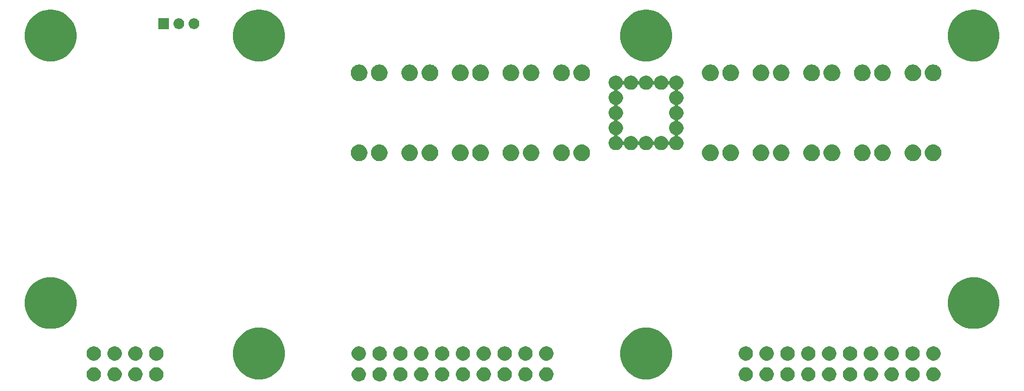
<source format=gbr>
G04 #@! TF.GenerationSoftware,KiCad,Pcbnew,(5.1.4-0-10_14)*
G04 #@! TF.CreationDate,2019-12-14T17:20:14+01:00*
G04 #@! TF.ProjectId,PowerUnit,506f7765-7255-46e6-9974-2e6b69636164,A*
G04 #@! TF.SameCoordinates,Original*
G04 #@! TF.FileFunction,Soldermask,Bot*
G04 #@! TF.FilePolarity,Negative*
%FSLAX46Y46*%
G04 Gerber Fmt 4.6, Leading zero omitted, Abs format (unit mm)*
G04 Created by KiCad (PCBNEW (5.1.4-0-10_14)) date 2019-12-14 17:20:14*
%MOMM*%
%LPD*%
G04 APERTURE LIST*
%ADD10C,0.100000*%
G04 APERTURE END LIST*
D10*
G36*
X203600318Y-145835153D02*
G01*
X203818885Y-145925687D01*
X203818887Y-145925688D01*
X204015593Y-146057122D01*
X204182878Y-146224407D01*
X204257340Y-146335848D01*
X204314313Y-146421115D01*
X204404847Y-146639682D01*
X204451000Y-146871710D01*
X204451000Y-147108290D01*
X204404847Y-147340318D01*
X204398431Y-147355807D01*
X204314312Y-147558887D01*
X204182878Y-147755593D01*
X204015593Y-147922878D01*
X203818887Y-148054312D01*
X203818886Y-148054313D01*
X203818885Y-148054313D01*
X203600318Y-148144847D01*
X203368290Y-148191000D01*
X203131710Y-148191000D01*
X202899682Y-148144847D01*
X202681115Y-148054313D01*
X202681114Y-148054313D01*
X202681113Y-148054312D01*
X202484407Y-147922878D01*
X202317122Y-147755593D01*
X202185688Y-147558887D01*
X202101569Y-147355807D01*
X202095153Y-147340318D01*
X202049000Y-147108290D01*
X202049000Y-146871710D01*
X202095153Y-146639682D01*
X202185687Y-146421115D01*
X202242660Y-146335848D01*
X202317122Y-146224407D01*
X202484407Y-146057122D01*
X202681113Y-145925688D01*
X202681115Y-145925687D01*
X202899682Y-145835153D01*
X203131710Y-145789000D01*
X203368290Y-145789000D01*
X203600318Y-145835153D01*
X203600318Y-145835153D01*
G37*
G36*
X200100318Y-145835153D02*
G01*
X200318885Y-145925687D01*
X200318887Y-145925688D01*
X200515593Y-146057122D01*
X200682878Y-146224407D01*
X200757340Y-146335848D01*
X200814313Y-146421115D01*
X200904847Y-146639682D01*
X200951000Y-146871710D01*
X200951000Y-147108290D01*
X200904847Y-147340318D01*
X200898431Y-147355807D01*
X200814312Y-147558887D01*
X200682878Y-147755593D01*
X200515593Y-147922878D01*
X200318887Y-148054312D01*
X200318886Y-148054313D01*
X200318885Y-148054313D01*
X200100318Y-148144847D01*
X199868290Y-148191000D01*
X199631710Y-148191000D01*
X199399682Y-148144847D01*
X199181115Y-148054313D01*
X199181114Y-148054313D01*
X199181113Y-148054312D01*
X198984407Y-147922878D01*
X198817122Y-147755593D01*
X198685688Y-147558887D01*
X198601569Y-147355807D01*
X198595153Y-147340318D01*
X198549000Y-147108290D01*
X198549000Y-146871710D01*
X198595153Y-146639682D01*
X198685687Y-146421115D01*
X198742660Y-146335848D01*
X198817122Y-146224407D01*
X198984407Y-146057122D01*
X199181113Y-145925688D01*
X199181115Y-145925687D01*
X199399682Y-145835153D01*
X199631710Y-145789000D01*
X199868290Y-145789000D01*
X200100318Y-145835153D01*
X200100318Y-145835153D01*
G37*
G36*
X196600318Y-145835153D02*
G01*
X196818885Y-145925687D01*
X196818887Y-145925688D01*
X197015593Y-146057122D01*
X197182878Y-146224407D01*
X197257340Y-146335848D01*
X197314313Y-146421115D01*
X197404847Y-146639682D01*
X197451000Y-146871710D01*
X197451000Y-147108290D01*
X197404847Y-147340318D01*
X197398431Y-147355807D01*
X197314312Y-147558887D01*
X197182878Y-147755593D01*
X197015593Y-147922878D01*
X196818887Y-148054312D01*
X196818886Y-148054313D01*
X196818885Y-148054313D01*
X196600318Y-148144847D01*
X196368290Y-148191000D01*
X196131710Y-148191000D01*
X195899682Y-148144847D01*
X195681115Y-148054313D01*
X195681114Y-148054313D01*
X195681113Y-148054312D01*
X195484407Y-147922878D01*
X195317122Y-147755593D01*
X195185688Y-147558887D01*
X195101569Y-147355807D01*
X195095153Y-147340318D01*
X195049000Y-147108290D01*
X195049000Y-146871710D01*
X195095153Y-146639682D01*
X195185687Y-146421115D01*
X195242660Y-146335848D01*
X195317122Y-146224407D01*
X195484407Y-146057122D01*
X195681113Y-145925688D01*
X195681115Y-145925687D01*
X195899682Y-145835153D01*
X196131710Y-145789000D01*
X196368290Y-145789000D01*
X196600318Y-145835153D01*
X196600318Y-145835153D01*
G37*
G36*
X193100318Y-145835153D02*
G01*
X193318885Y-145925687D01*
X193318887Y-145925688D01*
X193515593Y-146057122D01*
X193682878Y-146224407D01*
X193757340Y-146335848D01*
X193814313Y-146421115D01*
X193904847Y-146639682D01*
X193951000Y-146871710D01*
X193951000Y-147108290D01*
X193904847Y-147340318D01*
X193898431Y-147355807D01*
X193814312Y-147558887D01*
X193682878Y-147755593D01*
X193515593Y-147922878D01*
X193318887Y-148054312D01*
X193318886Y-148054313D01*
X193318885Y-148054313D01*
X193100318Y-148144847D01*
X192868290Y-148191000D01*
X192631710Y-148191000D01*
X192399682Y-148144847D01*
X192181115Y-148054313D01*
X192181114Y-148054313D01*
X192181113Y-148054312D01*
X191984407Y-147922878D01*
X191817122Y-147755593D01*
X191685688Y-147558887D01*
X191601569Y-147355807D01*
X191595153Y-147340318D01*
X191549000Y-147108290D01*
X191549000Y-146871710D01*
X191595153Y-146639682D01*
X191685687Y-146421115D01*
X191742660Y-146335848D01*
X191817122Y-146224407D01*
X191984407Y-146057122D01*
X192181113Y-145925688D01*
X192181115Y-145925687D01*
X192399682Y-145835153D01*
X192631710Y-145789000D01*
X192868290Y-145789000D01*
X193100318Y-145835153D01*
X193100318Y-145835153D01*
G37*
G36*
X189600318Y-145835153D02*
G01*
X189818885Y-145925687D01*
X189818887Y-145925688D01*
X190015593Y-146057122D01*
X190182878Y-146224407D01*
X190257340Y-146335848D01*
X190314313Y-146421115D01*
X190404847Y-146639682D01*
X190451000Y-146871710D01*
X190451000Y-147108290D01*
X190404847Y-147340318D01*
X190398431Y-147355807D01*
X190314312Y-147558887D01*
X190182878Y-147755593D01*
X190015593Y-147922878D01*
X189818887Y-148054312D01*
X189818886Y-148054313D01*
X189818885Y-148054313D01*
X189600318Y-148144847D01*
X189368290Y-148191000D01*
X189131710Y-148191000D01*
X188899682Y-148144847D01*
X188681115Y-148054313D01*
X188681114Y-148054313D01*
X188681113Y-148054312D01*
X188484407Y-147922878D01*
X188317122Y-147755593D01*
X188185688Y-147558887D01*
X188101569Y-147355807D01*
X188095153Y-147340318D01*
X188049000Y-147108290D01*
X188049000Y-146871710D01*
X188095153Y-146639682D01*
X188185687Y-146421115D01*
X188242660Y-146335848D01*
X188317122Y-146224407D01*
X188484407Y-146057122D01*
X188681113Y-145925688D01*
X188681115Y-145925687D01*
X188899682Y-145835153D01*
X189131710Y-145789000D01*
X189368290Y-145789000D01*
X189600318Y-145835153D01*
X189600318Y-145835153D01*
G37*
G36*
X186100318Y-145835153D02*
G01*
X186318885Y-145925687D01*
X186318887Y-145925688D01*
X186515593Y-146057122D01*
X186682878Y-146224407D01*
X186757340Y-146335848D01*
X186814313Y-146421115D01*
X186904847Y-146639682D01*
X186951000Y-146871710D01*
X186951000Y-147108290D01*
X186904847Y-147340318D01*
X186898431Y-147355807D01*
X186814312Y-147558887D01*
X186682878Y-147755593D01*
X186515593Y-147922878D01*
X186318887Y-148054312D01*
X186318886Y-148054313D01*
X186318885Y-148054313D01*
X186100318Y-148144847D01*
X185868290Y-148191000D01*
X185631710Y-148191000D01*
X185399682Y-148144847D01*
X185181115Y-148054313D01*
X185181114Y-148054313D01*
X185181113Y-148054312D01*
X184984407Y-147922878D01*
X184817122Y-147755593D01*
X184685688Y-147558887D01*
X184601569Y-147355807D01*
X184595153Y-147340318D01*
X184549000Y-147108290D01*
X184549000Y-146871710D01*
X184595153Y-146639682D01*
X184685687Y-146421115D01*
X184742660Y-146335848D01*
X184817122Y-146224407D01*
X184984407Y-146057122D01*
X185181113Y-145925688D01*
X185181115Y-145925687D01*
X185399682Y-145835153D01*
X185631710Y-145789000D01*
X185868290Y-145789000D01*
X186100318Y-145835153D01*
X186100318Y-145835153D01*
G37*
G36*
X182600318Y-145835153D02*
G01*
X182818885Y-145925687D01*
X182818887Y-145925688D01*
X183015593Y-146057122D01*
X183182878Y-146224407D01*
X183257340Y-146335848D01*
X183314313Y-146421115D01*
X183404847Y-146639682D01*
X183451000Y-146871710D01*
X183451000Y-147108290D01*
X183404847Y-147340318D01*
X183398431Y-147355807D01*
X183314312Y-147558887D01*
X183182878Y-147755593D01*
X183015593Y-147922878D01*
X182818887Y-148054312D01*
X182818886Y-148054313D01*
X182818885Y-148054313D01*
X182600318Y-148144847D01*
X182368290Y-148191000D01*
X182131710Y-148191000D01*
X181899682Y-148144847D01*
X181681115Y-148054313D01*
X181681114Y-148054313D01*
X181681113Y-148054312D01*
X181484407Y-147922878D01*
X181317122Y-147755593D01*
X181185688Y-147558887D01*
X181101569Y-147355807D01*
X181095153Y-147340318D01*
X181049000Y-147108290D01*
X181049000Y-146871710D01*
X181095153Y-146639682D01*
X181185687Y-146421115D01*
X181242660Y-146335848D01*
X181317122Y-146224407D01*
X181484407Y-146057122D01*
X181681113Y-145925688D01*
X181681115Y-145925687D01*
X181899682Y-145835153D01*
X182131710Y-145789000D01*
X182368290Y-145789000D01*
X182600318Y-145835153D01*
X182600318Y-145835153D01*
G37*
G36*
X179100318Y-145835153D02*
G01*
X179318885Y-145925687D01*
X179318887Y-145925688D01*
X179515593Y-146057122D01*
X179682878Y-146224407D01*
X179757340Y-146335848D01*
X179814313Y-146421115D01*
X179904847Y-146639682D01*
X179951000Y-146871710D01*
X179951000Y-147108290D01*
X179904847Y-147340318D01*
X179898431Y-147355807D01*
X179814312Y-147558887D01*
X179682878Y-147755593D01*
X179515593Y-147922878D01*
X179318887Y-148054312D01*
X179318886Y-148054313D01*
X179318885Y-148054313D01*
X179100318Y-148144847D01*
X178868290Y-148191000D01*
X178631710Y-148191000D01*
X178399682Y-148144847D01*
X178181115Y-148054313D01*
X178181114Y-148054313D01*
X178181113Y-148054312D01*
X177984407Y-147922878D01*
X177817122Y-147755593D01*
X177685688Y-147558887D01*
X177601569Y-147355807D01*
X177595153Y-147340318D01*
X177549000Y-147108290D01*
X177549000Y-146871710D01*
X177595153Y-146639682D01*
X177685687Y-146421115D01*
X177742660Y-146335848D01*
X177817122Y-146224407D01*
X177984407Y-146057122D01*
X178181113Y-145925688D01*
X178181115Y-145925687D01*
X178399682Y-145835153D01*
X178631710Y-145789000D01*
X178868290Y-145789000D01*
X179100318Y-145835153D01*
X179100318Y-145835153D01*
G37*
G36*
X175600318Y-145835153D02*
G01*
X175818885Y-145925687D01*
X175818887Y-145925688D01*
X176015593Y-146057122D01*
X176182878Y-146224407D01*
X176257340Y-146335848D01*
X176314313Y-146421115D01*
X176404847Y-146639682D01*
X176451000Y-146871710D01*
X176451000Y-147108290D01*
X176404847Y-147340318D01*
X176398431Y-147355807D01*
X176314312Y-147558887D01*
X176182878Y-147755593D01*
X176015593Y-147922878D01*
X175818887Y-148054312D01*
X175818886Y-148054313D01*
X175818885Y-148054313D01*
X175600318Y-148144847D01*
X175368290Y-148191000D01*
X175131710Y-148191000D01*
X174899682Y-148144847D01*
X174681115Y-148054313D01*
X174681114Y-148054313D01*
X174681113Y-148054312D01*
X174484407Y-147922878D01*
X174317122Y-147755593D01*
X174185688Y-147558887D01*
X174101569Y-147355807D01*
X174095153Y-147340318D01*
X174049000Y-147108290D01*
X174049000Y-146871710D01*
X174095153Y-146639682D01*
X174185687Y-146421115D01*
X174242660Y-146335848D01*
X174317122Y-146224407D01*
X174484407Y-146057122D01*
X174681113Y-145925688D01*
X174681115Y-145925687D01*
X174899682Y-145835153D01*
X175131710Y-145789000D01*
X175368290Y-145789000D01*
X175600318Y-145835153D01*
X175600318Y-145835153D01*
G37*
G36*
X172100318Y-145835153D02*
G01*
X172318885Y-145925687D01*
X172318887Y-145925688D01*
X172515593Y-146057122D01*
X172682878Y-146224407D01*
X172757340Y-146335848D01*
X172814313Y-146421115D01*
X172904847Y-146639682D01*
X172951000Y-146871710D01*
X172951000Y-147108290D01*
X172904847Y-147340318D01*
X172898431Y-147355807D01*
X172814312Y-147558887D01*
X172682878Y-147755593D01*
X172515593Y-147922878D01*
X172318887Y-148054312D01*
X172318886Y-148054313D01*
X172318885Y-148054313D01*
X172100318Y-148144847D01*
X171868290Y-148191000D01*
X171631710Y-148191000D01*
X171399682Y-148144847D01*
X171181115Y-148054313D01*
X171181114Y-148054313D01*
X171181113Y-148054312D01*
X170984407Y-147922878D01*
X170817122Y-147755593D01*
X170685688Y-147558887D01*
X170601569Y-147355807D01*
X170595153Y-147340318D01*
X170549000Y-147108290D01*
X170549000Y-146871710D01*
X170595153Y-146639682D01*
X170685687Y-146421115D01*
X170742660Y-146335848D01*
X170817122Y-146224407D01*
X170984407Y-146057122D01*
X171181113Y-145925688D01*
X171181115Y-145925687D01*
X171399682Y-145835153D01*
X171631710Y-145789000D01*
X171868290Y-145789000D01*
X172100318Y-145835153D01*
X172100318Y-145835153D01*
G37*
G36*
X138600318Y-145835153D02*
G01*
X138818885Y-145925687D01*
X138818887Y-145925688D01*
X139015593Y-146057122D01*
X139182878Y-146224407D01*
X139257340Y-146335848D01*
X139314313Y-146421115D01*
X139404847Y-146639682D01*
X139451000Y-146871710D01*
X139451000Y-147108290D01*
X139404847Y-147340318D01*
X139398431Y-147355807D01*
X139314312Y-147558887D01*
X139182878Y-147755593D01*
X139015593Y-147922878D01*
X138818887Y-148054312D01*
X138818886Y-148054313D01*
X138818885Y-148054313D01*
X138600318Y-148144847D01*
X138368290Y-148191000D01*
X138131710Y-148191000D01*
X137899682Y-148144847D01*
X137681115Y-148054313D01*
X137681114Y-148054313D01*
X137681113Y-148054312D01*
X137484407Y-147922878D01*
X137317122Y-147755593D01*
X137185688Y-147558887D01*
X137101569Y-147355807D01*
X137095153Y-147340318D01*
X137049000Y-147108290D01*
X137049000Y-146871710D01*
X137095153Y-146639682D01*
X137185687Y-146421115D01*
X137242660Y-146335848D01*
X137317122Y-146224407D01*
X137484407Y-146057122D01*
X137681113Y-145925688D01*
X137681115Y-145925687D01*
X137899682Y-145835153D01*
X138131710Y-145789000D01*
X138368290Y-145789000D01*
X138600318Y-145835153D01*
X138600318Y-145835153D01*
G37*
G36*
X135100318Y-145835153D02*
G01*
X135318885Y-145925687D01*
X135318887Y-145925688D01*
X135515593Y-146057122D01*
X135682878Y-146224407D01*
X135757340Y-146335848D01*
X135814313Y-146421115D01*
X135904847Y-146639682D01*
X135951000Y-146871710D01*
X135951000Y-147108290D01*
X135904847Y-147340318D01*
X135898431Y-147355807D01*
X135814312Y-147558887D01*
X135682878Y-147755593D01*
X135515593Y-147922878D01*
X135318887Y-148054312D01*
X135318886Y-148054313D01*
X135318885Y-148054313D01*
X135100318Y-148144847D01*
X134868290Y-148191000D01*
X134631710Y-148191000D01*
X134399682Y-148144847D01*
X134181115Y-148054313D01*
X134181114Y-148054313D01*
X134181113Y-148054312D01*
X133984407Y-147922878D01*
X133817122Y-147755593D01*
X133685688Y-147558887D01*
X133601569Y-147355807D01*
X133595153Y-147340318D01*
X133549000Y-147108290D01*
X133549000Y-146871710D01*
X133595153Y-146639682D01*
X133685687Y-146421115D01*
X133742660Y-146335848D01*
X133817122Y-146224407D01*
X133984407Y-146057122D01*
X134181113Y-145925688D01*
X134181115Y-145925687D01*
X134399682Y-145835153D01*
X134631710Y-145789000D01*
X134868290Y-145789000D01*
X135100318Y-145835153D01*
X135100318Y-145835153D01*
G37*
G36*
X131600318Y-145835153D02*
G01*
X131818885Y-145925687D01*
X131818887Y-145925688D01*
X132015593Y-146057122D01*
X132182878Y-146224407D01*
X132257340Y-146335848D01*
X132314313Y-146421115D01*
X132404847Y-146639682D01*
X132451000Y-146871710D01*
X132451000Y-147108290D01*
X132404847Y-147340318D01*
X132398431Y-147355807D01*
X132314312Y-147558887D01*
X132182878Y-147755593D01*
X132015593Y-147922878D01*
X131818887Y-148054312D01*
X131818886Y-148054313D01*
X131818885Y-148054313D01*
X131600318Y-148144847D01*
X131368290Y-148191000D01*
X131131710Y-148191000D01*
X130899682Y-148144847D01*
X130681115Y-148054313D01*
X130681114Y-148054313D01*
X130681113Y-148054312D01*
X130484407Y-147922878D01*
X130317122Y-147755593D01*
X130185688Y-147558887D01*
X130101569Y-147355807D01*
X130095153Y-147340318D01*
X130049000Y-147108290D01*
X130049000Y-146871710D01*
X130095153Y-146639682D01*
X130185687Y-146421115D01*
X130242660Y-146335848D01*
X130317122Y-146224407D01*
X130484407Y-146057122D01*
X130681113Y-145925688D01*
X130681115Y-145925687D01*
X130899682Y-145835153D01*
X131131710Y-145789000D01*
X131368290Y-145789000D01*
X131600318Y-145835153D01*
X131600318Y-145835153D01*
G37*
G36*
X128100318Y-145835153D02*
G01*
X128318885Y-145925687D01*
X128318887Y-145925688D01*
X128515593Y-146057122D01*
X128682878Y-146224407D01*
X128757340Y-146335848D01*
X128814313Y-146421115D01*
X128904847Y-146639682D01*
X128951000Y-146871710D01*
X128951000Y-147108290D01*
X128904847Y-147340318D01*
X128898431Y-147355807D01*
X128814312Y-147558887D01*
X128682878Y-147755593D01*
X128515593Y-147922878D01*
X128318887Y-148054312D01*
X128318886Y-148054313D01*
X128318885Y-148054313D01*
X128100318Y-148144847D01*
X127868290Y-148191000D01*
X127631710Y-148191000D01*
X127399682Y-148144847D01*
X127181115Y-148054313D01*
X127181114Y-148054313D01*
X127181113Y-148054312D01*
X126984407Y-147922878D01*
X126817122Y-147755593D01*
X126685688Y-147558887D01*
X126601569Y-147355807D01*
X126595153Y-147340318D01*
X126549000Y-147108290D01*
X126549000Y-146871710D01*
X126595153Y-146639682D01*
X126685687Y-146421115D01*
X126742660Y-146335848D01*
X126817122Y-146224407D01*
X126984407Y-146057122D01*
X127181113Y-145925688D01*
X127181115Y-145925687D01*
X127399682Y-145835153D01*
X127631710Y-145789000D01*
X127868290Y-145789000D01*
X128100318Y-145835153D01*
X128100318Y-145835153D01*
G37*
G36*
X124600318Y-145835153D02*
G01*
X124818885Y-145925687D01*
X124818887Y-145925688D01*
X125015593Y-146057122D01*
X125182878Y-146224407D01*
X125257340Y-146335848D01*
X125314313Y-146421115D01*
X125404847Y-146639682D01*
X125451000Y-146871710D01*
X125451000Y-147108290D01*
X125404847Y-147340318D01*
X125398431Y-147355807D01*
X125314312Y-147558887D01*
X125182878Y-147755593D01*
X125015593Y-147922878D01*
X124818887Y-148054312D01*
X124818886Y-148054313D01*
X124818885Y-148054313D01*
X124600318Y-148144847D01*
X124368290Y-148191000D01*
X124131710Y-148191000D01*
X123899682Y-148144847D01*
X123681115Y-148054313D01*
X123681114Y-148054313D01*
X123681113Y-148054312D01*
X123484407Y-147922878D01*
X123317122Y-147755593D01*
X123185688Y-147558887D01*
X123101569Y-147355807D01*
X123095153Y-147340318D01*
X123049000Y-147108290D01*
X123049000Y-146871710D01*
X123095153Y-146639682D01*
X123185687Y-146421115D01*
X123242660Y-146335848D01*
X123317122Y-146224407D01*
X123484407Y-146057122D01*
X123681113Y-145925688D01*
X123681115Y-145925687D01*
X123899682Y-145835153D01*
X124131710Y-145789000D01*
X124368290Y-145789000D01*
X124600318Y-145835153D01*
X124600318Y-145835153D01*
G37*
G36*
X121100318Y-145835153D02*
G01*
X121318885Y-145925687D01*
X121318887Y-145925688D01*
X121515593Y-146057122D01*
X121682878Y-146224407D01*
X121757340Y-146335848D01*
X121814313Y-146421115D01*
X121904847Y-146639682D01*
X121951000Y-146871710D01*
X121951000Y-147108290D01*
X121904847Y-147340318D01*
X121898431Y-147355807D01*
X121814312Y-147558887D01*
X121682878Y-147755593D01*
X121515593Y-147922878D01*
X121318887Y-148054312D01*
X121318886Y-148054313D01*
X121318885Y-148054313D01*
X121100318Y-148144847D01*
X120868290Y-148191000D01*
X120631710Y-148191000D01*
X120399682Y-148144847D01*
X120181115Y-148054313D01*
X120181114Y-148054313D01*
X120181113Y-148054312D01*
X119984407Y-147922878D01*
X119817122Y-147755593D01*
X119685688Y-147558887D01*
X119601569Y-147355807D01*
X119595153Y-147340318D01*
X119549000Y-147108290D01*
X119549000Y-146871710D01*
X119595153Y-146639682D01*
X119685687Y-146421115D01*
X119742660Y-146335848D01*
X119817122Y-146224407D01*
X119984407Y-146057122D01*
X120181113Y-145925688D01*
X120181115Y-145925687D01*
X120399682Y-145835153D01*
X120631710Y-145789000D01*
X120868290Y-145789000D01*
X121100318Y-145835153D01*
X121100318Y-145835153D01*
G37*
G36*
X117600318Y-145835153D02*
G01*
X117818885Y-145925687D01*
X117818887Y-145925688D01*
X118015593Y-146057122D01*
X118182878Y-146224407D01*
X118257340Y-146335848D01*
X118314313Y-146421115D01*
X118404847Y-146639682D01*
X118451000Y-146871710D01*
X118451000Y-147108290D01*
X118404847Y-147340318D01*
X118398431Y-147355807D01*
X118314312Y-147558887D01*
X118182878Y-147755593D01*
X118015593Y-147922878D01*
X117818887Y-148054312D01*
X117818886Y-148054313D01*
X117818885Y-148054313D01*
X117600318Y-148144847D01*
X117368290Y-148191000D01*
X117131710Y-148191000D01*
X116899682Y-148144847D01*
X116681115Y-148054313D01*
X116681114Y-148054313D01*
X116681113Y-148054312D01*
X116484407Y-147922878D01*
X116317122Y-147755593D01*
X116185688Y-147558887D01*
X116101569Y-147355807D01*
X116095153Y-147340318D01*
X116049000Y-147108290D01*
X116049000Y-146871710D01*
X116095153Y-146639682D01*
X116185687Y-146421115D01*
X116242660Y-146335848D01*
X116317122Y-146224407D01*
X116484407Y-146057122D01*
X116681113Y-145925688D01*
X116681115Y-145925687D01*
X116899682Y-145835153D01*
X117131710Y-145789000D01*
X117368290Y-145789000D01*
X117600318Y-145835153D01*
X117600318Y-145835153D01*
G37*
G36*
X114100318Y-145835153D02*
G01*
X114318885Y-145925687D01*
X114318887Y-145925688D01*
X114515593Y-146057122D01*
X114682878Y-146224407D01*
X114757340Y-146335848D01*
X114814313Y-146421115D01*
X114904847Y-146639682D01*
X114951000Y-146871710D01*
X114951000Y-147108290D01*
X114904847Y-147340318D01*
X114898431Y-147355807D01*
X114814312Y-147558887D01*
X114682878Y-147755593D01*
X114515593Y-147922878D01*
X114318887Y-148054312D01*
X114318886Y-148054313D01*
X114318885Y-148054313D01*
X114100318Y-148144847D01*
X113868290Y-148191000D01*
X113631710Y-148191000D01*
X113399682Y-148144847D01*
X113181115Y-148054313D01*
X113181114Y-148054313D01*
X113181113Y-148054312D01*
X112984407Y-147922878D01*
X112817122Y-147755593D01*
X112685688Y-147558887D01*
X112601569Y-147355807D01*
X112595153Y-147340318D01*
X112549000Y-147108290D01*
X112549000Y-146871710D01*
X112595153Y-146639682D01*
X112685687Y-146421115D01*
X112742660Y-146335848D01*
X112817122Y-146224407D01*
X112984407Y-146057122D01*
X113181113Y-145925688D01*
X113181115Y-145925687D01*
X113399682Y-145835153D01*
X113631710Y-145789000D01*
X113868290Y-145789000D01*
X114100318Y-145835153D01*
X114100318Y-145835153D01*
G37*
G36*
X110600318Y-145835153D02*
G01*
X110818885Y-145925687D01*
X110818887Y-145925688D01*
X111015593Y-146057122D01*
X111182878Y-146224407D01*
X111257340Y-146335848D01*
X111314313Y-146421115D01*
X111404847Y-146639682D01*
X111451000Y-146871710D01*
X111451000Y-147108290D01*
X111404847Y-147340318D01*
X111398431Y-147355807D01*
X111314312Y-147558887D01*
X111182878Y-147755593D01*
X111015593Y-147922878D01*
X110818887Y-148054312D01*
X110818886Y-148054313D01*
X110818885Y-148054313D01*
X110600318Y-148144847D01*
X110368290Y-148191000D01*
X110131710Y-148191000D01*
X109899682Y-148144847D01*
X109681115Y-148054313D01*
X109681114Y-148054313D01*
X109681113Y-148054312D01*
X109484407Y-147922878D01*
X109317122Y-147755593D01*
X109185688Y-147558887D01*
X109101569Y-147355807D01*
X109095153Y-147340318D01*
X109049000Y-147108290D01*
X109049000Y-146871710D01*
X109095153Y-146639682D01*
X109185687Y-146421115D01*
X109242660Y-146335848D01*
X109317122Y-146224407D01*
X109484407Y-146057122D01*
X109681113Y-145925688D01*
X109681115Y-145925687D01*
X109899682Y-145835153D01*
X110131710Y-145789000D01*
X110368290Y-145789000D01*
X110600318Y-145835153D01*
X110600318Y-145835153D01*
G37*
G36*
X107100318Y-145835153D02*
G01*
X107318885Y-145925687D01*
X107318887Y-145925688D01*
X107515593Y-146057122D01*
X107682878Y-146224407D01*
X107757340Y-146335848D01*
X107814313Y-146421115D01*
X107904847Y-146639682D01*
X107951000Y-146871710D01*
X107951000Y-147108290D01*
X107904847Y-147340318D01*
X107898431Y-147355807D01*
X107814312Y-147558887D01*
X107682878Y-147755593D01*
X107515593Y-147922878D01*
X107318887Y-148054312D01*
X107318886Y-148054313D01*
X107318885Y-148054313D01*
X107100318Y-148144847D01*
X106868290Y-148191000D01*
X106631710Y-148191000D01*
X106399682Y-148144847D01*
X106181115Y-148054313D01*
X106181114Y-148054313D01*
X106181113Y-148054312D01*
X105984407Y-147922878D01*
X105817122Y-147755593D01*
X105685688Y-147558887D01*
X105601569Y-147355807D01*
X105595153Y-147340318D01*
X105549000Y-147108290D01*
X105549000Y-146871710D01*
X105595153Y-146639682D01*
X105685687Y-146421115D01*
X105742660Y-146335848D01*
X105817122Y-146224407D01*
X105984407Y-146057122D01*
X106181113Y-145925688D01*
X106181115Y-145925687D01*
X106399682Y-145835153D01*
X106631710Y-145789000D01*
X106868290Y-145789000D01*
X107100318Y-145835153D01*
X107100318Y-145835153D01*
G37*
G36*
X73100318Y-145835153D02*
G01*
X73318885Y-145925687D01*
X73318887Y-145925688D01*
X73515593Y-146057122D01*
X73682878Y-146224407D01*
X73757340Y-146335848D01*
X73814313Y-146421115D01*
X73904847Y-146639682D01*
X73951000Y-146871710D01*
X73951000Y-147108290D01*
X73904847Y-147340318D01*
X73898431Y-147355807D01*
X73814312Y-147558887D01*
X73682878Y-147755593D01*
X73515593Y-147922878D01*
X73318887Y-148054312D01*
X73318886Y-148054313D01*
X73318885Y-148054313D01*
X73100318Y-148144847D01*
X72868290Y-148191000D01*
X72631710Y-148191000D01*
X72399682Y-148144847D01*
X72181115Y-148054313D01*
X72181114Y-148054313D01*
X72181113Y-148054312D01*
X71984407Y-147922878D01*
X71817122Y-147755593D01*
X71685688Y-147558887D01*
X71601569Y-147355807D01*
X71595153Y-147340318D01*
X71549000Y-147108290D01*
X71549000Y-146871710D01*
X71595153Y-146639682D01*
X71685687Y-146421115D01*
X71742660Y-146335848D01*
X71817122Y-146224407D01*
X71984407Y-146057122D01*
X72181113Y-145925688D01*
X72181115Y-145925687D01*
X72399682Y-145835153D01*
X72631710Y-145789000D01*
X72868290Y-145789000D01*
X73100318Y-145835153D01*
X73100318Y-145835153D01*
G37*
G36*
X69600318Y-145835153D02*
G01*
X69818885Y-145925687D01*
X69818887Y-145925688D01*
X70015593Y-146057122D01*
X70182878Y-146224407D01*
X70257340Y-146335848D01*
X70314313Y-146421115D01*
X70404847Y-146639682D01*
X70451000Y-146871710D01*
X70451000Y-147108290D01*
X70404847Y-147340318D01*
X70398431Y-147355807D01*
X70314312Y-147558887D01*
X70182878Y-147755593D01*
X70015593Y-147922878D01*
X69818887Y-148054312D01*
X69818886Y-148054313D01*
X69818885Y-148054313D01*
X69600318Y-148144847D01*
X69368290Y-148191000D01*
X69131710Y-148191000D01*
X68899682Y-148144847D01*
X68681115Y-148054313D01*
X68681114Y-148054313D01*
X68681113Y-148054312D01*
X68484407Y-147922878D01*
X68317122Y-147755593D01*
X68185688Y-147558887D01*
X68101569Y-147355807D01*
X68095153Y-147340318D01*
X68049000Y-147108290D01*
X68049000Y-146871710D01*
X68095153Y-146639682D01*
X68185687Y-146421115D01*
X68242660Y-146335848D01*
X68317122Y-146224407D01*
X68484407Y-146057122D01*
X68681113Y-145925688D01*
X68681115Y-145925687D01*
X68899682Y-145835153D01*
X69131710Y-145789000D01*
X69368290Y-145789000D01*
X69600318Y-145835153D01*
X69600318Y-145835153D01*
G37*
G36*
X66100318Y-145835153D02*
G01*
X66318885Y-145925687D01*
X66318887Y-145925688D01*
X66515593Y-146057122D01*
X66682878Y-146224407D01*
X66757340Y-146335848D01*
X66814313Y-146421115D01*
X66904847Y-146639682D01*
X66951000Y-146871710D01*
X66951000Y-147108290D01*
X66904847Y-147340318D01*
X66898431Y-147355807D01*
X66814312Y-147558887D01*
X66682878Y-147755593D01*
X66515593Y-147922878D01*
X66318887Y-148054312D01*
X66318886Y-148054313D01*
X66318885Y-148054313D01*
X66100318Y-148144847D01*
X65868290Y-148191000D01*
X65631710Y-148191000D01*
X65399682Y-148144847D01*
X65181115Y-148054313D01*
X65181114Y-148054313D01*
X65181113Y-148054312D01*
X64984407Y-147922878D01*
X64817122Y-147755593D01*
X64685688Y-147558887D01*
X64601569Y-147355807D01*
X64595153Y-147340318D01*
X64549000Y-147108290D01*
X64549000Y-146871710D01*
X64595153Y-146639682D01*
X64685687Y-146421115D01*
X64742660Y-146335848D01*
X64817122Y-146224407D01*
X64984407Y-146057122D01*
X65181113Y-145925688D01*
X65181115Y-145925687D01*
X65399682Y-145835153D01*
X65631710Y-145789000D01*
X65868290Y-145789000D01*
X66100318Y-145835153D01*
X66100318Y-145835153D01*
G37*
G36*
X62600318Y-145835153D02*
G01*
X62818885Y-145925687D01*
X62818887Y-145925688D01*
X63015593Y-146057122D01*
X63182878Y-146224407D01*
X63257340Y-146335848D01*
X63314313Y-146421115D01*
X63404847Y-146639682D01*
X63451000Y-146871710D01*
X63451000Y-147108290D01*
X63404847Y-147340318D01*
X63398431Y-147355807D01*
X63314312Y-147558887D01*
X63182878Y-147755593D01*
X63015593Y-147922878D01*
X62818887Y-148054312D01*
X62818886Y-148054313D01*
X62818885Y-148054313D01*
X62600318Y-148144847D01*
X62368290Y-148191000D01*
X62131710Y-148191000D01*
X61899682Y-148144847D01*
X61681115Y-148054313D01*
X61681114Y-148054313D01*
X61681113Y-148054312D01*
X61484407Y-147922878D01*
X61317122Y-147755593D01*
X61185688Y-147558887D01*
X61101569Y-147355807D01*
X61095153Y-147340318D01*
X61049000Y-147108290D01*
X61049000Y-146871710D01*
X61095153Y-146639682D01*
X61185687Y-146421115D01*
X61242660Y-146335848D01*
X61317122Y-146224407D01*
X61484407Y-146057122D01*
X61681113Y-145925688D01*
X61681115Y-145925687D01*
X61899682Y-145835153D01*
X62131710Y-145789000D01*
X62368290Y-145789000D01*
X62600318Y-145835153D01*
X62600318Y-145835153D01*
G37*
G36*
X155548156Y-139172794D02*
G01*
X156269140Y-139316206D01*
X157060972Y-139644193D01*
X157773601Y-140120357D01*
X158379643Y-140726399D01*
X158855807Y-141439028D01*
X159183794Y-142230860D01*
X159351000Y-143071464D01*
X159351000Y-143928536D01*
X159183794Y-144769140D01*
X158855807Y-145560972D01*
X158379643Y-146273601D01*
X157773601Y-146879643D01*
X157060972Y-147355807D01*
X156269140Y-147683794D01*
X155548156Y-147827206D01*
X155428537Y-147851000D01*
X154571463Y-147851000D01*
X154451844Y-147827206D01*
X153730860Y-147683794D01*
X152939028Y-147355807D01*
X152226399Y-146879643D01*
X151620357Y-146273601D01*
X151144193Y-145560972D01*
X150816206Y-144769140D01*
X150649000Y-143928536D01*
X150649000Y-143071464D01*
X150816206Y-142230860D01*
X151144193Y-141439028D01*
X151620357Y-140726399D01*
X152226399Y-140120357D01*
X152939028Y-139644193D01*
X153730860Y-139316206D01*
X154451844Y-139172794D01*
X154571463Y-139149000D01*
X155428537Y-139149000D01*
X155548156Y-139172794D01*
X155548156Y-139172794D01*
G37*
G36*
X90548156Y-139172794D02*
G01*
X91269140Y-139316206D01*
X92060972Y-139644193D01*
X92773601Y-140120357D01*
X93379643Y-140726399D01*
X93855807Y-141439028D01*
X94183794Y-142230860D01*
X94351000Y-143071464D01*
X94351000Y-143928536D01*
X94183794Y-144769140D01*
X93855807Y-145560972D01*
X93379643Y-146273601D01*
X92773601Y-146879643D01*
X92060972Y-147355807D01*
X91269140Y-147683794D01*
X90548156Y-147827206D01*
X90428537Y-147851000D01*
X89571463Y-147851000D01*
X89451844Y-147827206D01*
X88730860Y-147683794D01*
X87939028Y-147355807D01*
X87226399Y-146879643D01*
X86620357Y-146273601D01*
X86144193Y-145560972D01*
X85816206Y-144769140D01*
X85649000Y-143928536D01*
X85649000Y-143071464D01*
X85816206Y-142230860D01*
X86144193Y-141439028D01*
X86620357Y-140726399D01*
X87226399Y-140120357D01*
X87939028Y-139644193D01*
X88730860Y-139316206D01*
X89451844Y-139172794D01*
X89571463Y-139149000D01*
X90428537Y-139149000D01*
X90548156Y-139172794D01*
X90548156Y-139172794D01*
G37*
G36*
X196600318Y-142335153D02*
G01*
X196818885Y-142425687D01*
X196818887Y-142425688D01*
X197015593Y-142557122D01*
X197182878Y-142724407D01*
X197314312Y-142921113D01*
X197314313Y-142921115D01*
X197404847Y-143139682D01*
X197451000Y-143371710D01*
X197451000Y-143608290D01*
X197404847Y-143840318D01*
X197338290Y-144001000D01*
X197314312Y-144058887D01*
X197182878Y-144255593D01*
X197015593Y-144422878D01*
X196818887Y-144554312D01*
X196818886Y-144554313D01*
X196818885Y-144554313D01*
X196600318Y-144644847D01*
X196368290Y-144691000D01*
X196131710Y-144691000D01*
X195899682Y-144644847D01*
X195681115Y-144554313D01*
X195681114Y-144554313D01*
X195681113Y-144554312D01*
X195484407Y-144422878D01*
X195317122Y-144255593D01*
X195185688Y-144058887D01*
X195161710Y-144001000D01*
X195095153Y-143840318D01*
X195049000Y-143608290D01*
X195049000Y-143371710D01*
X195095153Y-143139682D01*
X195185687Y-142921115D01*
X195185688Y-142921113D01*
X195317122Y-142724407D01*
X195484407Y-142557122D01*
X195681113Y-142425688D01*
X195681115Y-142425687D01*
X195899682Y-142335153D01*
X196131710Y-142289000D01*
X196368290Y-142289000D01*
X196600318Y-142335153D01*
X196600318Y-142335153D01*
G37*
G36*
X193100318Y-142335153D02*
G01*
X193318885Y-142425687D01*
X193318887Y-142425688D01*
X193515593Y-142557122D01*
X193682878Y-142724407D01*
X193814312Y-142921113D01*
X193814313Y-142921115D01*
X193904847Y-143139682D01*
X193951000Y-143371710D01*
X193951000Y-143608290D01*
X193904847Y-143840318D01*
X193838290Y-144001000D01*
X193814312Y-144058887D01*
X193682878Y-144255593D01*
X193515593Y-144422878D01*
X193318887Y-144554312D01*
X193318886Y-144554313D01*
X193318885Y-144554313D01*
X193100318Y-144644847D01*
X192868290Y-144691000D01*
X192631710Y-144691000D01*
X192399682Y-144644847D01*
X192181115Y-144554313D01*
X192181114Y-144554313D01*
X192181113Y-144554312D01*
X191984407Y-144422878D01*
X191817122Y-144255593D01*
X191685688Y-144058887D01*
X191661710Y-144001000D01*
X191595153Y-143840318D01*
X191549000Y-143608290D01*
X191549000Y-143371710D01*
X191595153Y-143139682D01*
X191685687Y-142921115D01*
X191685688Y-142921113D01*
X191817122Y-142724407D01*
X191984407Y-142557122D01*
X192181113Y-142425688D01*
X192181115Y-142425687D01*
X192399682Y-142335153D01*
X192631710Y-142289000D01*
X192868290Y-142289000D01*
X193100318Y-142335153D01*
X193100318Y-142335153D01*
G37*
G36*
X189600318Y-142335153D02*
G01*
X189818885Y-142425687D01*
X189818887Y-142425688D01*
X190015593Y-142557122D01*
X190182878Y-142724407D01*
X190314312Y-142921113D01*
X190314313Y-142921115D01*
X190404847Y-143139682D01*
X190451000Y-143371710D01*
X190451000Y-143608290D01*
X190404847Y-143840318D01*
X190338290Y-144001000D01*
X190314312Y-144058887D01*
X190182878Y-144255593D01*
X190015593Y-144422878D01*
X189818887Y-144554312D01*
X189818886Y-144554313D01*
X189818885Y-144554313D01*
X189600318Y-144644847D01*
X189368290Y-144691000D01*
X189131710Y-144691000D01*
X188899682Y-144644847D01*
X188681115Y-144554313D01*
X188681114Y-144554313D01*
X188681113Y-144554312D01*
X188484407Y-144422878D01*
X188317122Y-144255593D01*
X188185688Y-144058887D01*
X188161710Y-144001000D01*
X188095153Y-143840318D01*
X188049000Y-143608290D01*
X188049000Y-143371710D01*
X188095153Y-143139682D01*
X188185687Y-142921115D01*
X188185688Y-142921113D01*
X188317122Y-142724407D01*
X188484407Y-142557122D01*
X188681113Y-142425688D01*
X188681115Y-142425687D01*
X188899682Y-142335153D01*
X189131710Y-142289000D01*
X189368290Y-142289000D01*
X189600318Y-142335153D01*
X189600318Y-142335153D01*
G37*
G36*
X186100318Y-142335153D02*
G01*
X186318885Y-142425687D01*
X186318887Y-142425688D01*
X186515593Y-142557122D01*
X186682878Y-142724407D01*
X186814312Y-142921113D01*
X186814313Y-142921115D01*
X186904847Y-143139682D01*
X186951000Y-143371710D01*
X186951000Y-143608290D01*
X186904847Y-143840318D01*
X186838290Y-144001000D01*
X186814312Y-144058887D01*
X186682878Y-144255593D01*
X186515593Y-144422878D01*
X186318887Y-144554312D01*
X186318886Y-144554313D01*
X186318885Y-144554313D01*
X186100318Y-144644847D01*
X185868290Y-144691000D01*
X185631710Y-144691000D01*
X185399682Y-144644847D01*
X185181115Y-144554313D01*
X185181114Y-144554313D01*
X185181113Y-144554312D01*
X184984407Y-144422878D01*
X184817122Y-144255593D01*
X184685688Y-144058887D01*
X184661710Y-144001000D01*
X184595153Y-143840318D01*
X184549000Y-143608290D01*
X184549000Y-143371710D01*
X184595153Y-143139682D01*
X184685687Y-142921115D01*
X184685688Y-142921113D01*
X184817122Y-142724407D01*
X184984407Y-142557122D01*
X185181113Y-142425688D01*
X185181115Y-142425687D01*
X185399682Y-142335153D01*
X185631710Y-142289000D01*
X185868290Y-142289000D01*
X186100318Y-142335153D01*
X186100318Y-142335153D01*
G37*
G36*
X182600318Y-142335153D02*
G01*
X182818885Y-142425687D01*
X182818887Y-142425688D01*
X183015593Y-142557122D01*
X183182878Y-142724407D01*
X183314312Y-142921113D01*
X183314313Y-142921115D01*
X183404847Y-143139682D01*
X183451000Y-143371710D01*
X183451000Y-143608290D01*
X183404847Y-143840318D01*
X183338290Y-144001000D01*
X183314312Y-144058887D01*
X183182878Y-144255593D01*
X183015593Y-144422878D01*
X182818887Y-144554312D01*
X182818886Y-144554313D01*
X182818885Y-144554313D01*
X182600318Y-144644847D01*
X182368290Y-144691000D01*
X182131710Y-144691000D01*
X181899682Y-144644847D01*
X181681115Y-144554313D01*
X181681114Y-144554313D01*
X181681113Y-144554312D01*
X181484407Y-144422878D01*
X181317122Y-144255593D01*
X181185688Y-144058887D01*
X181161710Y-144001000D01*
X181095153Y-143840318D01*
X181049000Y-143608290D01*
X181049000Y-143371710D01*
X181095153Y-143139682D01*
X181185687Y-142921115D01*
X181185688Y-142921113D01*
X181317122Y-142724407D01*
X181484407Y-142557122D01*
X181681113Y-142425688D01*
X181681115Y-142425687D01*
X181899682Y-142335153D01*
X182131710Y-142289000D01*
X182368290Y-142289000D01*
X182600318Y-142335153D01*
X182600318Y-142335153D01*
G37*
G36*
X179100318Y-142335153D02*
G01*
X179318885Y-142425687D01*
X179318887Y-142425688D01*
X179515593Y-142557122D01*
X179682878Y-142724407D01*
X179814312Y-142921113D01*
X179814313Y-142921115D01*
X179904847Y-143139682D01*
X179951000Y-143371710D01*
X179951000Y-143608290D01*
X179904847Y-143840318D01*
X179838290Y-144001000D01*
X179814312Y-144058887D01*
X179682878Y-144255593D01*
X179515593Y-144422878D01*
X179318887Y-144554312D01*
X179318886Y-144554313D01*
X179318885Y-144554313D01*
X179100318Y-144644847D01*
X178868290Y-144691000D01*
X178631710Y-144691000D01*
X178399682Y-144644847D01*
X178181115Y-144554313D01*
X178181114Y-144554313D01*
X178181113Y-144554312D01*
X177984407Y-144422878D01*
X177817122Y-144255593D01*
X177685688Y-144058887D01*
X177661710Y-144001000D01*
X177595153Y-143840318D01*
X177549000Y-143608290D01*
X177549000Y-143371710D01*
X177595153Y-143139682D01*
X177685687Y-142921115D01*
X177685688Y-142921113D01*
X177817122Y-142724407D01*
X177984407Y-142557122D01*
X178181113Y-142425688D01*
X178181115Y-142425687D01*
X178399682Y-142335153D01*
X178631710Y-142289000D01*
X178868290Y-142289000D01*
X179100318Y-142335153D01*
X179100318Y-142335153D01*
G37*
G36*
X175600318Y-142335153D02*
G01*
X175818885Y-142425687D01*
X175818887Y-142425688D01*
X176015593Y-142557122D01*
X176182878Y-142724407D01*
X176314312Y-142921113D01*
X176314313Y-142921115D01*
X176404847Y-143139682D01*
X176451000Y-143371710D01*
X176451000Y-143608290D01*
X176404847Y-143840318D01*
X176338290Y-144001000D01*
X176314312Y-144058887D01*
X176182878Y-144255593D01*
X176015593Y-144422878D01*
X175818887Y-144554312D01*
X175818886Y-144554313D01*
X175818885Y-144554313D01*
X175600318Y-144644847D01*
X175368290Y-144691000D01*
X175131710Y-144691000D01*
X174899682Y-144644847D01*
X174681115Y-144554313D01*
X174681114Y-144554313D01*
X174681113Y-144554312D01*
X174484407Y-144422878D01*
X174317122Y-144255593D01*
X174185688Y-144058887D01*
X174161710Y-144001000D01*
X174095153Y-143840318D01*
X174049000Y-143608290D01*
X174049000Y-143371710D01*
X174095153Y-143139682D01*
X174185687Y-142921115D01*
X174185688Y-142921113D01*
X174317122Y-142724407D01*
X174484407Y-142557122D01*
X174681113Y-142425688D01*
X174681115Y-142425687D01*
X174899682Y-142335153D01*
X175131710Y-142289000D01*
X175368290Y-142289000D01*
X175600318Y-142335153D01*
X175600318Y-142335153D01*
G37*
G36*
X172100318Y-142335153D02*
G01*
X172318885Y-142425687D01*
X172318887Y-142425688D01*
X172515593Y-142557122D01*
X172682878Y-142724407D01*
X172814312Y-142921113D01*
X172814313Y-142921115D01*
X172904847Y-143139682D01*
X172951000Y-143371710D01*
X172951000Y-143608290D01*
X172904847Y-143840318D01*
X172838290Y-144001000D01*
X172814312Y-144058887D01*
X172682878Y-144255593D01*
X172515593Y-144422878D01*
X172318887Y-144554312D01*
X172318886Y-144554313D01*
X172318885Y-144554313D01*
X172100318Y-144644847D01*
X171868290Y-144691000D01*
X171631710Y-144691000D01*
X171399682Y-144644847D01*
X171181115Y-144554313D01*
X171181114Y-144554313D01*
X171181113Y-144554312D01*
X170984407Y-144422878D01*
X170817122Y-144255593D01*
X170685688Y-144058887D01*
X170661710Y-144001000D01*
X170595153Y-143840318D01*
X170549000Y-143608290D01*
X170549000Y-143371710D01*
X170595153Y-143139682D01*
X170685687Y-142921115D01*
X170685688Y-142921113D01*
X170817122Y-142724407D01*
X170984407Y-142557122D01*
X171181113Y-142425688D01*
X171181115Y-142425687D01*
X171399682Y-142335153D01*
X171631710Y-142289000D01*
X171868290Y-142289000D01*
X172100318Y-142335153D01*
X172100318Y-142335153D01*
G37*
G36*
X138600318Y-142335153D02*
G01*
X138818885Y-142425687D01*
X138818887Y-142425688D01*
X139015593Y-142557122D01*
X139182878Y-142724407D01*
X139314312Y-142921113D01*
X139314313Y-142921115D01*
X139404847Y-143139682D01*
X139451000Y-143371710D01*
X139451000Y-143608290D01*
X139404847Y-143840318D01*
X139338290Y-144001000D01*
X139314312Y-144058887D01*
X139182878Y-144255593D01*
X139015593Y-144422878D01*
X138818887Y-144554312D01*
X138818886Y-144554313D01*
X138818885Y-144554313D01*
X138600318Y-144644847D01*
X138368290Y-144691000D01*
X138131710Y-144691000D01*
X137899682Y-144644847D01*
X137681115Y-144554313D01*
X137681114Y-144554313D01*
X137681113Y-144554312D01*
X137484407Y-144422878D01*
X137317122Y-144255593D01*
X137185688Y-144058887D01*
X137161710Y-144001000D01*
X137095153Y-143840318D01*
X137049000Y-143608290D01*
X137049000Y-143371710D01*
X137095153Y-143139682D01*
X137185687Y-142921115D01*
X137185688Y-142921113D01*
X137317122Y-142724407D01*
X137484407Y-142557122D01*
X137681113Y-142425688D01*
X137681115Y-142425687D01*
X137899682Y-142335153D01*
X138131710Y-142289000D01*
X138368290Y-142289000D01*
X138600318Y-142335153D01*
X138600318Y-142335153D01*
G37*
G36*
X135100318Y-142335153D02*
G01*
X135318885Y-142425687D01*
X135318887Y-142425688D01*
X135515593Y-142557122D01*
X135682878Y-142724407D01*
X135814312Y-142921113D01*
X135814313Y-142921115D01*
X135904847Y-143139682D01*
X135951000Y-143371710D01*
X135951000Y-143608290D01*
X135904847Y-143840318D01*
X135838290Y-144001000D01*
X135814312Y-144058887D01*
X135682878Y-144255593D01*
X135515593Y-144422878D01*
X135318887Y-144554312D01*
X135318886Y-144554313D01*
X135318885Y-144554313D01*
X135100318Y-144644847D01*
X134868290Y-144691000D01*
X134631710Y-144691000D01*
X134399682Y-144644847D01*
X134181115Y-144554313D01*
X134181114Y-144554313D01*
X134181113Y-144554312D01*
X133984407Y-144422878D01*
X133817122Y-144255593D01*
X133685688Y-144058887D01*
X133661710Y-144001000D01*
X133595153Y-143840318D01*
X133549000Y-143608290D01*
X133549000Y-143371710D01*
X133595153Y-143139682D01*
X133685687Y-142921115D01*
X133685688Y-142921113D01*
X133817122Y-142724407D01*
X133984407Y-142557122D01*
X134181113Y-142425688D01*
X134181115Y-142425687D01*
X134399682Y-142335153D01*
X134631710Y-142289000D01*
X134868290Y-142289000D01*
X135100318Y-142335153D01*
X135100318Y-142335153D01*
G37*
G36*
X203600318Y-142335153D02*
G01*
X203818885Y-142425687D01*
X203818887Y-142425688D01*
X204015593Y-142557122D01*
X204182878Y-142724407D01*
X204314312Y-142921113D01*
X204314313Y-142921115D01*
X204404847Y-143139682D01*
X204451000Y-143371710D01*
X204451000Y-143608290D01*
X204404847Y-143840318D01*
X204338290Y-144001000D01*
X204314312Y-144058887D01*
X204182878Y-144255593D01*
X204015593Y-144422878D01*
X203818887Y-144554312D01*
X203818886Y-144554313D01*
X203818885Y-144554313D01*
X203600318Y-144644847D01*
X203368290Y-144691000D01*
X203131710Y-144691000D01*
X202899682Y-144644847D01*
X202681115Y-144554313D01*
X202681114Y-144554313D01*
X202681113Y-144554312D01*
X202484407Y-144422878D01*
X202317122Y-144255593D01*
X202185688Y-144058887D01*
X202161710Y-144001000D01*
X202095153Y-143840318D01*
X202049000Y-143608290D01*
X202049000Y-143371710D01*
X202095153Y-143139682D01*
X202185687Y-142921115D01*
X202185688Y-142921113D01*
X202317122Y-142724407D01*
X202484407Y-142557122D01*
X202681113Y-142425688D01*
X202681115Y-142425687D01*
X202899682Y-142335153D01*
X203131710Y-142289000D01*
X203368290Y-142289000D01*
X203600318Y-142335153D01*
X203600318Y-142335153D01*
G37*
G36*
X200100318Y-142335153D02*
G01*
X200318885Y-142425687D01*
X200318887Y-142425688D01*
X200515593Y-142557122D01*
X200682878Y-142724407D01*
X200814312Y-142921113D01*
X200814313Y-142921115D01*
X200904847Y-143139682D01*
X200951000Y-143371710D01*
X200951000Y-143608290D01*
X200904847Y-143840318D01*
X200838290Y-144001000D01*
X200814312Y-144058887D01*
X200682878Y-144255593D01*
X200515593Y-144422878D01*
X200318887Y-144554312D01*
X200318886Y-144554313D01*
X200318885Y-144554313D01*
X200100318Y-144644847D01*
X199868290Y-144691000D01*
X199631710Y-144691000D01*
X199399682Y-144644847D01*
X199181115Y-144554313D01*
X199181114Y-144554313D01*
X199181113Y-144554312D01*
X198984407Y-144422878D01*
X198817122Y-144255593D01*
X198685688Y-144058887D01*
X198661710Y-144001000D01*
X198595153Y-143840318D01*
X198549000Y-143608290D01*
X198549000Y-143371710D01*
X198595153Y-143139682D01*
X198685687Y-142921115D01*
X198685688Y-142921113D01*
X198817122Y-142724407D01*
X198984407Y-142557122D01*
X199181113Y-142425688D01*
X199181115Y-142425687D01*
X199399682Y-142335153D01*
X199631710Y-142289000D01*
X199868290Y-142289000D01*
X200100318Y-142335153D01*
X200100318Y-142335153D01*
G37*
G36*
X107100318Y-142335153D02*
G01*
X107318885Y-142425687D01*
X107318887Y-142425688D01*
X107515593Y-142557122D01*
X107682878Y-142724407D01*
X107814312Y-142921113D01*
X107814313Y-142921115D01*
X107904847Y-143139682D01*
X107951000Y-143371710D01*
X107951000Y-143608290D01*
X107904847Y-143840318D01*
X107838290Y-144001000D01*
X107814312Y-144058887D01*
X107682878Y-144255593D01*
X107515593Y-144422878D01*
X107318887Y-144554312D01*
X107318886Y-144554313D01*
X107318885Y-144554313D01*
X107100318Y-144644847D01*
X106868290Y-144691000D01*
X106631710Y-144691000D01*
X106399682Y-144644847D01*
X106181115Y-144554313D01*
X106181114Y-144554313D01*
X106181113Y-144554312D01*
X105984407Y-144422878D01*
X105817122Y-144255593D01*
X105685688Y-144058887D01*
X105661710Y-144001000D01*
X105595153Y-143840318D01*
X105549000Y-143608290D01*
X105549000Y-143371710D01*
X105595153Y-143139682D01*
X105685687Y-142921115D01*
X105685688Y-142921113D01*
X105817122Y-142724407D01*
X105984407Y-142557122D01*
X106181113Y-142425688D01*
X106181115Y-142425687D01*
X106399682Y-142335153D01*
X106631710Y-142289000D01*
X106868290Y-142289000D01*
X107100318Y-142335153D01*
X107100318Y-142335153D01*
G37*
G36*
X62600318Y-142335153D02*
G01*
X62818885Y-142425687D01*
X62818887Y-142425688D01*
X63015593Y-142557122D01*
X63182878Y-142724407D01*
X63314312Y-142921113D01*
X63314313Y-142921115D01*
X63404847Y-143139682D01*
X63451000Y-143371710D01*
X63451000Y-143608290D01*
X63404847Y-143840318D01*
X63338290Y-144001000D01*
X63314312Y-144058887D01*
X63182878Y-144255593D01*
X63015593Y-144422878D01*
X62818887Y-144554312D01*
X62818886Y-144554313D01*
X62818885Y-144554313D01*
X62600318Y-144644847D01*
X62368290Y-144691000D01*
X62131710Y-144691000D01*
X61899682Y-144644847D01*
X61681115Y-144554313D01*
X61681114Y-144554313D01*
X61681113Y-144554312D01*
X61484407Y-144422878D01*
X61317122Y-144255593D01*
X61185688Y-144058887D01*
X61161710Y-144001000D01*
X61095153Y-143840318D01*
X61049000Y-143608290D01*
X61049000Y-143371710D01*
X61095153Y-143139682D01*
X61185687Y-142921115D01*
X61185688Y-142921113D01*
X61317122Y-142724407D01*
X61484407Y-142557122D01*
X61681113Y-142425688D01*
X61681115Y-142425687D01*
X61899682Y-142335153D01*
X62131710Y-142289000D01*
X62368290Y-142289000D01*
X62600318Y-142335153D01*
X62600318Y-142335153D01*
G37*
G36*
X69600318Y-142335153D02*
G01*
X69818885Y-142425687D01*
X69818887Y-142425688D01*
X70015593Y-142557122D01*
X70182878Y-142724407D01*
X70314312Y-142921113D01*
X70314313Y-142921115D01*
X70404847Y-143139682D01*
X70451000Y-143371710D01*
X70451000Y-143608290D01*
X70404847Y-143840318D01*
X70338290Y-144001000D01*
X70314312Y-144058887D01*
X70182878Y-144255593D01*
X70015593Y-144422878D01*
X69818887Y-144554312D01*
X69818886Y-144554313D01*
X69818885Y-144554313D01*
X69600318Y-144644847D01*
X69368290Y-144691000D01*
X69131710Y-144691000D01*
X68899682Y-144644847D01*
X68681115Y-144554313D01*
X68681114Y-144554313D01*
X68681113Y-144554312D01*
X68484407Y-144422878D01*
X68317122Y-144255593D01*
X68185688Y-144058887D01*
X68161710Y-144001000D01*
X68095153Y-143840318D01*
X68049000Y-143608290D01*
X68049000Y-143371710D01*
X68095153Y-143139682D01*
X68185687Y-142921115D01*
X68185688Y-142921113D01*
X68317122Y-142724407D01*
X68484407Y-142557122D01*
X68681113Y-142425688D01*
X68681115Y-142425687D01*
X68899682Y-142335153D01*
X69131710Y-142289000D01*
X69368290Y-142289000D01*
X69600318Y-142335153D01*
X69600318Y-142335153D01*
G37*
G36*
X66100318Y-142335153D02*
G01*
X66318885Y-142425687D01*
X66318887Y-142425688D01*
X66515593Y-142557122D01*
X66682878Y-142724407D01*
X66814312Y-142921113D01*
X66814313Y-142921115D01*
X66904847Y-143139682D01*
X66951000Y-143371710D01*
X66951000Y-143608290D01*
X66904847Y-143840318D01*
X66838290Y-144001000D01*
X66814312Y-144058887D01*
X66682878Y-144255593D01*
X66515593Y-144422878D01*
X66318887Y-144554312D01*
X66318886Y-144554313D01*
X66318885Y-144554313D01*
X66100318Y-144644847D01*
X65868290Y-144691000D01*
X65631710Y-144691000D01*
X65399682Y-144644847D01*
X65181115Y-144554313D01*
X65181114Y-144554313D01*
X65181113Y-144554312D01*
X64984407Y-144422878D01*
X64817122Y-144255593D01*
X64685688Y-144058887D01*
X64661710Y-144001000D01*
X64595153Y-143840318D01*
X64549000Y-143608290D01*
X64549000Y-143371710D01*
X64595153Y-143139682D01*
X64685687Y-142921115D01*
X64685688Y-142921113D01*
X64817122Y-142724407D01*
X64984407Y-142557122D01*
X65181113Y-142425688D01*
X65181115Y-142425687D01*
X65399682Y-142335153D01*
X65631710Y-142289000D01*
X65868290Y-142289000D01*
X66100318Y-142335153D01*
X66100318Y-142335153D01*
G37*
G36*
X110600318Y-142335153D02*
G01*
X110818885Y-142425687D01*
X110818887Y-142425688D01*
X111015593Y-142557122D01*
X111182878Y-142724407D01*
X111314312Y-142921113D01*
X111314313Y-142921115D01*
X111404847Y-143139682D01*
X111451000Y-143371710D01*
X111451000Y-143608290D01*
X111404847Y-143840318D01*
X111338290Y-144001000D01*
X111314312Y-144058887D01*
X111182878Y-144255593D01*
X111015593Y-144422878D01*
X110818887Y-144554312D01*
X110818886Y-144554313D01*
X110818885Y-144554313D01*
X110600318Y-144644847D01*
X110368290Y-144691000D01*
X110131710Y-144691000D01*
X109899682Y-144644847D01*
X109681115Y-144554313D01*
X109681114Y-144554313D01*
X109681113Y-144554312D01*
X109484407Y-144422878D01*
X109317122Y-144255593D01*
X109185688Y-144058887D01*
X109161710Y-144001000D01*
X109095153Y-143840318D01*
X109049000Y-143608290D01*
X109049000Y-143371710D01*
X109095153Y-143139682D01*
X109185687Y-142921115D01*
X109185688Y-142921113D01*
X109317122Y-142724407D01*
X109484407Y-142557122D01*
X109681113Y-142425688D01*
X109681115Y-142425687D01*
X109899682Y-142335153D01*
X110131710Y-142289000D01*
X110368290Y-142289000D01*
X110600318Y-142335153D01*
X110600318Y-142335153D01*
G37*
G36*
X73100318Y-142335153D02*
G01*
X73318885Y-142425687D01*
X73318887Y-142425688D01*
X73515593Y-142557122D01*
X73682878Y-142724407D01*
X73814312Y-142921113D01*
X73814313Y-142921115D01*
X73904847Y-143139682D01*
X73951000Y-143371710D01*
X73951000Y-143608290D01*
X73904847Y-143840318D01*
X73838290Y-144001000D01*
X73814312Y-144058887D01*
X73682878Y-144255593D01*
X73515593Y-144422878D01*
X73318887Y-144554312D01*
X73318886Y-144554313D01*
X73318885Y-144554313D01*
X73100318Y-144644847D01*
X72868290Y-144691000D01*
X72631710Y-144691000D01*
X72399682Y-144644847D01*
X72181115Y-144554313D01*
X72181114Y-144554313D01*
X72181113Y-144554312D01*
X71984407Y-144422878D01*
X71817122Y-144255593D01*
X71685688Y-144058887D01*
X71661710Y-144001000D01*
X71595153Y-143840318D01*
X71549000Y-143608290D01*
X71549000Y-143371710D01*
X71595153Y-143139682D01*
X71685687Y-142921115D01*
X71685688Y-142921113D01*
X71817122Y-142724407D01*
X71984407Y-142557122D01*
X72181113Y-142425688D01*
X72181115Y-142425687D01*
X72399682Y-142335153D01*
X72631710Y-142289000D01*
X72868290Y-142289000D01*
X73100318Y-142335153D01*
X73100318Y-142335153D01*
G37*
G36*
X114100318Y-142335153D02*
G01*
X114318885Y-142425687D01*
X114318887Y-142425688D01*
X114515593Y-142557122D01*
X114682878Y-142724407D01*
X114814312Y-142921113D01*
X114814313Y-142921115D01*
X114904847Y-143139682D01*
X114951000Y-143371710D01*
X114951000Y-143608290D01*
X114904847Y-143840318D01*
X114838290Y-144001000D01*
X114814312Y-144058887D01*
X114682878Y-144255593D01*
X114515593Y-144422878D01*
X114318887Y-144554312D01*
X114318886Y-144554313D01*
X114318885Y-144554313D01*
X114100318Y-144644847D01*
X113868290Y-144691000D01*
X113631710Y-144691000D01*
X113399682Y-144644847D01*
X113181115Y-144554313D01*
X113181114Y-144554313D01*
X113181113Y-144554312D01*
X112984407Y-144422878D01*
X112817122Y-144255593D01*
X112685688Y-144058887D01*
X112661710Y-144001000D01*
X112595153Y-143840318D01*
X112549000Y-143608290D01*
X112549000Y-143371710D01*
X112595153Y-143139682D01*
X112685687Y-142921115D01*
X112685688Y-142921113D01*
X112817122Y-142724407D01*
X112984407Y-142557122D01*
X113181113Y-142425688D01*
X113181115Y-142425687D01*
X113399682Y-142335153D01*
X113631710Y-142289000D01*
X113868290Y-142289000D01*
X114100318Y-142335153D01*
X114100318Y-142335153D01*
G37*
G36*
X117600318Y-142335153D02*
G01*
X117818885Y-142425687D01*
X117818887Y-142425688D01*
X118015593Y-142557122D01*
X118182878Y-142724407D01*
X118314312Y-142921113D01*
X118314313Y-142921115D01*
X118404847Y-143139682D01*
X118451000Y-143371710D01*
X118451000Y-143608290D01*
X118404847Y-143840318D01*
X118338290Y-144001000D01*
X118314312Y-144058887D01*
X118182878Y-144255593D01*
X118015593Y-144422878D01*
X117818887Y-144554312D01*
X117818886Y-144554313D01*
X117818885Y-144554313D01*
X117600318Y-144644847D01*
X117368290Y-144691000D01*
X117131710Y-144691000D01*
X116899682Y-144644847D01*
X116681115Y-144554313D01*
X116681114Y-144554313D01*
X116681113Y-144554312D01*
X116484407Y-144422878D01*
X116317122Y-144255593D01*
X116185688Y-144058887D01*
X116161710Y-144001000D01*
X116095153Y-143840318D01*
X116049000Y-143608290D01*
X116049000Y-143371710D01*
X116095153Y-143139682D01*
X116185687Y-142921115D01*
X116185688Y-142921113D01*
X116317122Y-142724407D01*
X116484407Y-142557122D01*
X116681113Y-142425688D01*
X116681115Y-142425687D01*
X116899682Y-142335153D01*
X117131710Y-142289000D01*
X117368290Y-142289000D01*
X117600318Y-142335153D01*
X117600318Y-142335153D01*
G37*
G36*
X121100318Y-142335153D02*
G01*
X121318885Y-142425687D01*
X121318887Y-142425688D01*
X121515593Y-142557122D01*
X121682878Y-142724407D01*
X121814312Y-142921113D01*
X121814313Y-142921115D01*
X121904847Y-143139682D01*
X121951000Y-143371710D01*
X121951000Y-143608290D01*
X121904847Y-143840318D01*
X121838290Y-144001000D01*
X121814312Y-144058887D01*
X121682878Y-144255593D01*
X121515593Y-144422878D01*
X121318887Y-144554312D01*
X121318886Y-144554313D01*
X121318885Y-144554313D01*
X121100318Y-144644847D01*
X120868290Y-144691000D01*
X120631710Y-144691000D01*
X120399682Y-144644847D01*
X120181115Y-144554313D01*
X120181114Y-144554313D01*
X120181113Y-144554312D01*
X119984407Y-144422878D01*
X119817122Y-144255593D01*
X119685688Y-144058887D01*
X119661710Y-144001000D01*
X119595153Y-143840318D01*
X119549000Y-143608290D01*
X119549000Y-143371710D01*
X119595153Y-143139682D01*
X119685687Y-142921115D01*
X119685688Y-142921113D01*
X119817122Y-142724407D01*
X119984407Y-142557122D01*
X120181113Y-142425688D01*
X120181115Y-142425687D01*
X120399682Y-142335153D01*
X120631710Y-142289000D01*
X120868290Y-142289000D01*
X121100318Y-142335153D01*
X121100318Y-142335153D01*
G37*
G36*
X124600318Y-142335153D02*
G01*
X124818885Y-142425687D01*
X124818887Y-142425688D01*
X125015593Y-142557122D01*
X125182878Y-142724407D01*
X125314312Y-142921113D01*
X125314313Y-142921115D01*
X125404847Y-143139682D01*
X125451000Y-143371710D01*
X125451000Y-143608290D01*
X125404847Y-143840318D01*
X125338290Y-144001000D01*
X125314312Y-144058887D01*
X125182878Y-144255593D01*
X125015593Y-144422878D01*
X124818887Y-144554312D01*
X124818886Y-144554313D01*
X124818885Y-144554313D01*
X124600318Y-144644847D01*
X124368290Y-144691000D01*
X124131710Y-144691000D01*
X123899682Y-144644847D01*
X123681115Y-144554313D01*
X123681114Y-144554313D01*
X123681113Y-144554312D01*
X123484407Y-144422878D01*
X123317122Y-144255593D01*
X123185688Y-144058887D01*
X123161710Y-144001000D01*
X123095153Y-143840318D01*
X123049000Y-143608290D01*
X123049000Y-143371710D01*
X123095153Y-143139682D01*
X123185687Y-142921115D01*
X123185688Y-142921113D01*
X123317122Y-142724407D01*
X123484407Y-142557122D01*
X123681113Y-142425688D01*
X123681115Y-142425687D01*
X123899682Y-142335153D01*
X124131710Y-142289000D01*
X124368290Y-142289000D01*
X124600318Y-142335153D01*
X124600318Y-142335153D01*
G37*
G36*
X128100318Y-142335153D02*
G01*
X128318885Y-142425687D01*
X128318887Y-142425688D01*
X128515593Y-142557122D01*
X128682878Y-142724407D01*
X128814312Y-142921113D01*
X128814313Y-142921115D01*
X128904847Y-143139682D01*
X128951000Y-143371710D01*
X128951000Y-143608290D01*
X128904847Y-143840318D01*
X128838290Y-144001000D01*
X128814312Y-144058887D01*
X128682878Y-144255593D01*
X128515593Y-144422878D01*
X128318887Y-144554312D01*
X128318886Y-144554313D01*
X128318885Y-144554313D01*
X128100318Y-144644847D01*
X127868290Y-144691000D01*
X127631710Y-144691000D01*
X127399682Y-144644847D01*
X127181115Y-144554313D01*
X127181114Y-144554313D01*
X127181113Y-144554312D01*
X126984407Y-144422878D01*
X126817122Y-144255593D01*
X126685688Y-144058887D01*
X126661710Y-144001000D01*
X126595153Y-143840318D01*
X126549000Y-143608290D01*
X126549000Y-143371710D01*
X126595153Y-143139682D01*
X126685687Y-142921115D01*
X126685688Y-142921113D01*
X126817122Y-142724407D01*
X126984407Y-142557122D01*
X127181113Y-142425688D01*
X127181115Y-142425687D01*
X127399682Y-142335153D01*
X127631710Y-142289000D01*
X127868290Y-142289000D01*
X128100318Y-142335153D01*
X128100318Y-142335153D01*
G37*
G36*
X131600318Y-142335153D02*
G01*
X131818885Y-142425687D01*
X131818887Y-142425688D01*
X132015593Y-142557122D01*
X132182878Y-142724407D01*
X132314312Y-142921113D01*
X132314313Y-142921115D01*
X132404847Y-143139682D01*
X132451000Y-143371710D01*
X132451000Y-143608290D01*
X132404847Y-143840318D01*
X132338290Y-144001000D01*
X132314312Y-144058887D01*
X132182878Y-144255593D01*
X132015593Y-144422878D01*
X131818887Y-144554312D01*
X131818886Y-144554313D01*
X131818885Y-144554313D01*
X131600318Y-144644847D01*
X131368290Y-144691000D01*
X131131710Y-144691000D01*
X130899682Y-144644847D01*
X130681115Y-144554313D01*
X130681114Y-144554313D01*
X130681113Y-144554312D01*
X130484407Y-144422878D01*
X130317122Y-144255593D01*
X130185688Y-144058887D01*
X130161710Y-144001000D01*
X130095153Y-143840318D01*
X130049000Y-143608290D01*
X130049000Y-143371710D01*
X130095153Y-143139682D01*
X130185687Y-142921115D01*
X130185688Y-142921113D01*
X130317122Y-142724407D01*
X130484407Y-142557122D01*
X130681113Y-142425688D01*
X130681115Y-142425687D01*
X130899682Y-142335153D01*
X131131710Y-142289000D01*
X131368290Y-142289000D01*
X131600318Y-142335153D01*
X131600318Y-142335153D01*
G37*
G36*
X210548156Y-130672794D02*
G01*
X211269140Y-130816206D01*
X212060972Y-131144193D01*
X212773601Y-131620357D01*
X213379643Y-132226399D01*
X213855807Y-132939028D01*
X214183794Y-133730860D01*
X214351000Y-134571464D01*
X214351000Y-135428536D01*
X214183794Y-136269140D01*
X213855807Y-137060972D01*
X213379643Y-137773601D01*
X212773601Y-138379643D01*
X212060972Y-138855807D01*
X211269140Y-139183794D01*
X210548156Y-139327206D01*
X210428537Y-139351000D01*
X209571463Y-139351000D01*
X209451844Y-139327206D01*
X208730860Y-139183794D01*
X207939028Y-138855807D01*
X207226399Y-138379643D01*
X206620357Y-137773601D01*
X206144193Y-137060972D01*
X205816206Y-136269140D01*
X205649000Y-135428536D01*
X205649000Y-134571464D01*
X205816206Y-133730860D01*
X206144193Y-132939028D01*
X206620357Y-132226399D01*
X207226399Y-131620357D01*
X207939028Y-131144193D01*
X208730860Y-130816206D01*
X209451844Y-130672794D01*
X209571463Y-130649000D01*
X210428537Y-130649000D01*
X210548156Y-130672794D01*
X210548156Y-130672794D01*
G37*
G36*
X55548156Y-130672794D02*
G01*
X56269140Y-130816206D01*
X57060972Y-131144193D01*
X57773601Y-131620357D01*
X58379643Y-132226399D01*
X58855807Y-132939028D01*
X59183794Y-133730860D01*
X59351000Y-134571464D01*
X59351000Y-135428536D01*
X59183794Y-136269140D01*
X58855807Y-137060972D01*
X58379643Y-137773601D01*
X57773601Y-138379643D01*
X57060972Y-138855807D01*
X56269140Y-139183794D01*
X55548156Y-139327206D01*
X55428537Y-139351000D01*
X54571463Y-139351000D01*
X54451844Y-139327206D01*
X53730860Y-139183794D01*
X52939028Y-138855807D01*
X52226399Y-138379643D01*
X51620357Y-137773601D01*
X51144193Y-137060972D01*
X50816206Y-136269140D01*
X50649000Y-135428536D01*
X50649000Y-134571464D01*
X50816206Y-133730860D01*
X51144193Y-132939028D01*
X51620357Y-132226399D01*
X52226399Y-131620357D01*
X52939028Y-131144193D01*
X53730860Y-130816206D01*
X54451844Y-130672794D01*
X54571463Y-130649000D01*
X55428537Y-130649000D01*
X55548156Y-130672794D01*
X55548156Y-130672794D01*
G37*
G36*
X107075511Y-108356355D02*
G01*
X107208657Y-108382839D01*
X107273036Y-108409506D01*
X107463621Y-108488449D01*
X107463622Y-108488450D01*
X107693086Y-108641772D01*
X107888228Y-108836914D01*
X107990675Y-108990237D01*
X108041551Y-109066379D01*
X108147161Y-109321344D01*
X108201000Y-109592012D01*
X108201000Y-109867988D01*
X108147161Y-110138656D01*
X108041551Y-110393621D01*
X108041550Y-110393622D01*
X107888228Y-110623086D01*
X107693086Y-110818228D01*
X107539763Y-110920675D01*
X107463621Y-110971551D01*
X107314267Y-111033415D01*
X107208657Y-111077161D01*
X107118433Y-111095107D01*
X106937988Y-111131000D01*
X106662012Y-111131000D01*
X106481567Y-111095107D01*
X106391343Y-111077161D01*
X106285733Y-111033415D01*
X106136379Y-110971551D01*
X106060237Y-110920675D01*
X105906914Y-110818228D01*
X105711772Y-110623086D01*
X105558450Y-110393622D01*
X105558449Y-110393621D01*
X105452839Y-110138656D01*
X105399000Y-109867988D01*
X105399000Y-109592012D01*
X105452839Y-109321344D01*
X105558449Y-109066379D01*
X105609325Y-108990237D01*
X105711772Y-108836914D01*
X105906914Y-108641772D01*
X106136378Y-108488450D01*
X106136379Y-108488449D01*
X106326964Y-108409506D01*
X106391343Y-108382839D01*
X106524489Y-108356355D01*
X106662012Y-108329000D01*
X106937988Y-108329000D01*
X107075511Y-108356355D01*
X107075511Y-108356355D01*
G37*
G36*
X110475511Y-108356355D02*
G01*
X110608657Y-108382839D01*
X110673036Y-108409506D01*
X110863621Y-108488449D01*
X110863622Y-108488450D01*
X111093086Y-108641772D01*
X111288228Y-108836914D01*
X111390675Y-108990237D01*
X111441551Y-109066379D01*
X111547161Y-109321344D01*
X111601000Y-109592012D01*
X111601000Y-109867988D01*
X111547161Y-110138656D01*
X111441551Y-110393621D01*
X111441550Y-110393622D01*
X111288228Y-110623086D01*
X111093086Y-110818228D01*
X110939763Y-110920675D01*
X110863621Y-110971551D01*
X110714267Y-111033415D01*
X110608657Y-111077161D01*
X110518433Y-111095107D01*
X110337988Y-111131000D01*
X110062012Y-111131000D01*
X109881567Y-111095107D01*
X109791343Y-111077161D01*
X109685733Y-111033415D01*
X109536379Y-110971551D01*
X109460237Y-110920675D01*
X109306914Y-110818228D01*
X109111772Y-110623086D01*
X108958450Y-110393622D01*
X108958449Y-110393621D01*
X108852839Y-110138656D01*
X108799000Y-109867988D01*
X108799000Y-109592012D01*
X108852839Y-109321344D01*
X108958449Y-109066379D01*
X109009325Y-108990237D01*
X109111772Y-108836914D01*
X109306914Y-108641772D01*
X109536378Y-108488450D01*
X109536379Y-108488449D01*
X109726964Y-108409506D01*
X109791343Y-108382839D01*
X109924489Y-108356355D01*
X110062012Y-108329000D01*
X110337988Y-108329000D01*
X110475511Y-108356355D01*
X110475511Y-108356355D01*
G37*
G36*
X166075511Y-108356355D02*
G01*
X166208657Y-108382839D01*
X166273036Y-108409506D01*
X166463621Y-108488449D01*
X166463622Y-108488450D01*
X166693086Y-108641772D01*
X166888228Y-108836914D01*
X166990675Y-108990237D01*
X167041551Y-109066379D01*
X167147161Y-109321344D01*
X167201000Y-109592012D01*
X167201000Y-109867988D01*
X167147161Y-110138656D01*
X167041551Y-110393621D01*
X167041550Y-110393622D01*
X166888228Y-110623086D01*
X166693086Y-110818228D01*
X166539763Y-110920675D01*
X166463621Y-110971551D01*
X166314267Y-111033415D01*
X166208657Y-111077161D01*
X166118433Y-111095107D01*
X165937988Y-111131000D01*
X165662012Y-111131000D01*
X165481567Y-111095107D01*
X165391343Y-111077161D01*
X165285733Y-111033415D01*
X165136379Y-110971551D01*
X165060237Y-110920675D01*
X164906914Y-110818228D01*
X164711772Y-110623086D01*
X164558450Y-110393622D01*
X164558449Y-110393621D01*
X164452839Y-110138656D01*
X164399000Y-109867988D01*
X164399000Y-109592012D01*
X164452839Y-109321344D01*
X164558449Y-109066379D01*
X164609325Y-108990237D01*
X164711772Y-108836914D01*
X164906914Y-108641772D01*
X165136378Y-108488450D01*
X165136379Y-108488449D01*
X165326964Y-108409506D01*
X165391343Y-108382839D01*
X165524489Y-108356355D01*
X165662012Y-108329000D01*
X165937988Y-108329000D01*
X166075511Y-108356355D01*
X166075511Y-108356355D01*
G37*
G36*
X169475511Y-108356355D02*
G01*
X169608657Y-108382839D01*
X169673036Y-108409506D01*
X169863621Y-108488449D01*
X169863622Y-108488450D01*
X170093086Y-108641772D01*
X170288228Y-108836914D01*
X170390675Y-108990237D01*
X170441551Y-109066379D01*
X170547161Y-109321344D01*
X170601000Y-109592012D01*
X170601000Y-109867988D01*
X170547161Y-110138656D01*
X170441551Y-110393621D01*
X170441550Y-110393622D01*
X170288228Y-110623086D01*
X170093086Y-110818228D01*
X169939763Y-110920675D01*
X169863621Y-110971551D01*
X169714267Y-111033415D01*
X169608657Y-111077161D01*
X169518433Y-111095107D01*
X169337988Y-111131000D01*
X169062012Y-111131000D01*
X168881567Y-111095107D01*
X168791343Y-111077161D01*
X168685733Y-111033415D01*
X168536379Y-110971551D01*
X168460237Y-110920675D01*
X168306914Y-110818228D01*
X168111772Y-110623086D01*
X167958450Y-110393622D01*
X167958449Y-110393621D01*
X167852839Y-110138656D01*
X167799000Y-109867988D01*
X167799000Y-109592012D01*
X167852839Y-109321344D01*
X167958449Y-109066379D01*
X168009325Y-108990237D01*
X168111772Y-108836914D01*
X168306914Y-108641772D01*
X168536378Y-108488450D01*
X168536379Y-108488449D01*
X168726964Y-108409506D01*
X168791343Y-108382839D01*
X168924489Y-108356355D01*
X169062012Y-108329000D01*
X169337988Y-108329000D01*
X169475511Y-108356355D01*
X169475511Y-108356355D01*
G37*
G36*
X124075511Y-108356355D02*
G01*
X124208657Y-108382839D01*
X124273036Y-108409506D01*
X124463621Y-108488449D01*
X124463622Y-108488450D01*
X124693086Y-108641772D01*
X124888228Y-108836914D01*
X124990675Y-108990237D01*
X125041551Y-109066379D01*
X125147161Y-109321344D01*
X125201000Y-109592012D01*
X125201000Y-109867988D01*
X125147161Y-110138656D01*
X125041551Y-110393621D01*
X125041550Y-110393622D01*
X124888228Y-110623086D01*
X124693086Y-110818228D01*
X124539763Y-110920675D01*
X124463621Y-110971551D01*
X124314267Y-111033415D01*
X124208657Y-111077161D01*
X124118433Y-111095107D01*
X123937988Y-111131000D01*
X123662012Y-111131000D01*
X123481567Y-111095107D01*
X123391343Y-111077161D01*
X123285733Y-111033415D01*
X123136379Y-110971551D01*
X123060237Y-110920675D01*
X122906914Y-110818228D01*
X122711772Y-110623086D01*
X122558450Y-110393622D01*
X122558449Y-110393621D01*
X122452839Y-110138656D01*
X122399000Y-109867988D01*
X122399000Y-109592012D01*
X122452839Y-109321344D01*
X122558449Y-109066379D01*
X122609325Y-108990237D01*
X122711772Y-108836914D01*
X122906914Y-108641772D01*
X123136378Y-108488450D01*
X123136379Y-108488449D01*
X123326964Y-108409506D01*
X123391343Y-108382839D01*
X123524489Y-108356355D01*
X123662012Y-108329000D01*
X123937988Y-108329000D01*
X124075511Y-108356355D01*
X124075511Y-108356355D01*
G37*
G36*
X127475511Y-108356355D02*
G01*
X127608657Y-108382839D01*
X127673036Y-108409506D01*
X127863621Y-108488449D01*
X127863622Y-108488450D01*
X128093086Y-108641772D01*
X128288228Y-108836914D01*
X128390675Y-108990237D01*
X128441551Y-109066379D01*
X128547161Y-109321344D01*
X128601000Y-109592012D01*
X128601000Y-109867988D01*
X128547161Y-110138656D01*
X128441551Y-110393621D01*
X128441550Y-110393622D01*
X128288228Y-110623086D01*
X128093086Y-110818228D01*
X127939763Y-110920675D01*
X127863621Y-110971551D01*
X127714267Y-111033415D01*
X127608657Y-111077161D01*
X127518433Y-111095107D01*
X127337988Y-111131000D01*
X127062012Y-111131000D01*
X126881567Y-111095107D01*
X126791343Y-111077161D01*
X126685733Y-111033415D01*
X126536379Y-110971551D01*
X126460237Y-110920675D01*
X126306914Y-110818228D01*
X126111772Y-110623086D01*
X125958450Y-110393622D01*
X125958449Y-110393621D01*
X125852839Y-110138656D01*
X125799000Y-109867988D01*
X125799000Y-109592012D01*
X125852839Y-109321344D01*
X125958449Y-109066379D01*
X126009325Y-108990237D01*
X126111772Y-108836914D01*
X126306914Y-108641772D01*
X126536378Y-108488450D01*
X126536379Y-108488449D01*
X126726964Y-108409506D01*
X126791343Y-108382839D01*
X126924489Y-108356355D01*
X127062012Y-108329000D01*
X127337988Y-108329000D01*
X127475511Y-108356355D01*
X127475511Y-108356355D01*
G37*
G36*
X115575511Y-108356355D02*
G01*
X115708657Y-108382839D01*
X115773036Y-108409506D01*
X115963621Y-108488449D01*
X115963622Y-108488450D01*
X116193086Y-108641772D01*
X116388228Y-108836914D01*
X116490675Y-108990237D01*
X116541551Y-109066379D01*
X116647161Y-109321344D01*
X116701000Y-109592012D01*
X116701000Y-109867988D01*
X116647161Y-110138656D01*
X116541551Y-110393621D01*
X116541550Y-110393622D01*
X116388228Y-110623086D01*
X116193086Y-110818228D01*
X116039763Y-110920675D01*
X115963621Y-110971551D01*
X115814267Y-111033415D01*
X115708657Y-111077161D01*
X115618433Y-111095107D01*
X115437988Y-111131000D01*
X115162012Y-111131000D01*
X114981567Y-111095107D01*
X114891343Y-111077161D01*
X114785733Y-111033415D01*
X114636379Y-110971551D01*
X114560237Y-110920675D01*
X114406914Y-110818228D01*
X114211772Y-110623086D01*
X114058450Y-110393622D01*
X114058449Y-110393621D01*
X113952839Y-110138656D01*
X113899000Y-109867988D01*
X113899000Y-109592012D01*
X113952839Y-109321344D01*
X114058449Y-109066379D01*
X114109325Y-108990237D01*
X114211772Y-108836914D01*
X114406914Y-108641772D01*
X114636378Y-108488450D01*
X114636379Y-108488449D01*
X114826964Y-108409506D01*
X114891343Y-108382839D01*
X115024489Y-108356355D01*
X115162012Y-108329000D01*
X115437988Y-108329000D01*
X115575511Y-108356355D01*
X115575511Y-108356355D01*
G37*
G36*
X118975511Y-108356355D02*
G01*
X119108657Y-108382839D01*
X119173036Y-108409506D01*
X119363621Y-108488449D01*
X119363622Y-108488450D01*
X119593086Y-108641772D01*
X119788228Y-108836914D01*
X119890675Y-108990237D01*
X119941551Y-109066379D01*
X120047161Y-109321344D01*
X120101000Y-109592012D01*
X120101000Y-109867988D01*
X120047161Y-110138656D01*
X119941551Y-110393621D01*
X119941550Y-110393622D01*
X119788228Y-110623086D01*
X119593086Y-110818228D01*
X119439763Y-110920675D01*
X119363621Y-110971551D01*
X119214267Y-111033415D01*
X119108657Y-111077161D01*
X119018433Y-111095107D01*
X118837988Y-111131000D01*
X118562012Y-111131000D01*
X118381567Y-111095107D01*
X118291343Y-111077161D01*
X118185733Y-111033415D01*
X118036379Y-110971551D01*
X117960237Y-110920675D01*
X117806914Y-110818228D01*
X117611772Y-110623086D01*
X117458450Y-110393622D01*
X117458449Y-110393621D01*
X117352839Y-110138656D01*
X117299000Y-109867988D01*
X117299000Y-109592012D01*
X117352839Y-109321344D01*
X117458449Y-109066379D01*
X117509325Y-108990237D01*
X117611772Y-108836914D01*
X117806914Y-108641772D01*
X118036378Y-108488450D01*
X118036379Y-108488449D01*
X118226964Y-108409506D01*
X118291343Y-108382839D01*
X118424489Y-108356355D01*
X118562012Y-108329000D01*
X118837988Y-108329000D01*
X118975511Y-108356355D01*
X118975511Y-108356355D01*
G37*
G36*
X141075511Y-108356355D02*
G01*
X141208657Y-108382839D01*
X141273036Y-108409506D01*
X141463621Y-108488449D01*
X141463622Y-108488450D01*
X141693086Y-108641772D01*
X141888228Y-108836914D01*
X141990675Y-108990237D01*
X142041551Y-109066379D01*
X142147161Y-109321344D01*
X142201000Y-109592012D01*
X142201000Y-109867988D01*
X142147161Y-110138656D01*
X142041551Y-110393621D01*
X142041550Y-110393622D01*
X141888228Y-110623086D01*
X141693086Y-110818228D01*
X141539763Y-110920675D01*
X141463621Y-110971551D01*
X141314267Y-111033415D01*
X141208657Y-111077161D01*
X141118433Y-111095107D01*
X140937988Y-111131000D01*
X140662012Y-111131000D01*
X140481567Y-111095107D01*
X140391343Y-111077161D01*
X140285733Y-111033415D01*
X140136379Y-110971551D01*
X140060237Y-110920675D01*
X139906914Y-110818228D01*
X139711772Y-110623086D01*
X139558450Y-110393622D01*
X139558449Y-110393621D01*
X139452839Y-110138656D01*
X139399000Y-109867988D01*
X139399000Y-109592012D01*
X139452839Y-109321344D01*
X139558449Y-109066379D01*
X139609325Y-108990237D01*
X139711772Y-108836914D01*
X139906914Y-108641772D01*
X140136378Y-108488450D01*
X140136379Y-108488449D01*
X140326964Y-108409506D01*
X140391343Y-108382839D01*
X140524489Y-108356355D01*
X140662012Y-108329000D01*
X140937988Y-108329000D01*
X141075511Y-108356355D01*
X141075511Y-108356355D01*
G37*
G36*
X144475511Y-108356355D02*
G01*
X144608657Y-108382839D01*
X144673036Y-108409506D01*
X144863621Y-108488449D01*
X144863622Y-108488450D01*
X145093086Y-108641772D01*
X145288228Y-108836914D01*
X145390675Y-108990237D01*
X145441551Y-109066379D01*
X145547161Y-109321344D01*
X145601000Y-109592012D01*
X145601000Y-109867988D01*
X145547161Y-110138656D01*
X145441551Y-110393621D01*
X145441550Y-110393622D01*
X145288228Y-110623086D01*
X145093086Y-110818228D01*
X144939763Y-110920675D01*
X144863621Y-110971551D01*
X144714267Y-111033415D01*
X144608657Y-111077161D01*
X144518433Y-111095107D01*
X144337988Y-111131000D01*
X144062012Y-111131000D01*
X143881567Y-111095107D01*
X143791343Y-111077161D01*
X143685733Y-111033415D01*
X143536379Y-110971551D01*
X143460237Y-110920675D01*
X143306914Y-110818228D01*
X143111772Y-110623086D01*
X142958450Y-110393622D01*
X142958449Y-110393621D01*
X142852839Y-110138656D01*
X142799000Y-109867988D01*
X142799000Y-109592012D01*
X142852839Y-109321344D01*
X142958449Y-109066379D01*
X143009325Y-108990237D01*
X143111772Y-108836914D01*
X143306914Y-108641772D01*
X143536378Y-108488450D01*
X143536379Y-108488449D01*
X143726964Y-108409506D01*
X143791343Y-108382839D01*
X143924489Y-108356355D01*
X144062012Y-108329000D01*
X144337988Y-108329000D01*
X144475511Y-108356355D01*
X144475511Y-108356355D01*
G37*
G36*
X203475511Y-108356355D02*
G01*
X203608657Y-108382839D01*
X203673036Y-108409506D01*
X203863621Y-108488449D01*
X203863622Y-108488450D01*
X204093086Y-108641772D01*
X204288228Y-108836914D01*
X204390675Y-108990237D01*
X204441551Y-109066379D01*
X204547161Y-109321344D01*
X204601000Y-109592012D01*
X204601000Y-109867988D01*
X204547161Y-110138656D01*
X204441551Y-110393621D01*
X204441550Y-110393622D01*
X204288228Y-110623086D01*
X204093086Y-110818228D01*
X203939763Y-110920675D01*
X203863621Y-110971551D01*
X203714267Y-111033415D01*
X203608657Y-111077161D01*
X203518433Y-111095107D01*
X203337988Y-111131000D01*
X203062012Y-111131000D01*
X202881567Y-111095107D01*
X202791343Y-111077161D01*
X202685733Y-111033415D01*
X202536379Y-110971551D01*
X202460237Y-110920675D01*
X202306914Y-110818228D01*
X202111772Y-110623086D01*
X201958450Y-110393622D01*
X201958449Y-110393621D01*
X201852839Y-110138656D01*
X201799000Y-109867988D01*
X201799000Y-109592012D01*
X201852839Y-109321344D01*
X201958449Y-109066379D01*
X202009325Y-108990237D01*
X202111772Y-108836914D01*
X202306914Y-108641772D01*
X202536378Y-108488450D01*
X202536379Y-108488449D01*
X202726964Y-108409506D01*
X202791343Y-108382839D01*
X202924489Y-108356355D01*
X203062012Y-108329000D01*
X203337988Y-108329000D01*
X203475511Y-108356355D01*
X203475511Y-108356355D01*
G37*
G36*
X200075511Y-108356355D02*
G01*
X200208657Y-108382839D01*
X200273036Y-108409506D01*
X200463621Y-108488449D01*
X200463622Y-108488450D01*
X200693086Y-108641772D01*
X200888228Y-108836914D01*
X200990675Y-108990237D01*
X201041551Y-109066379D01*
X201147161Y-109321344D01*
X201201000Y-109592012D01*
X201201000Y-109867988D01*
X201147161Y-110138656D01*
X201041551Y-110393621D01*
X201041550Y-110393622D01*
X200888228Y-110623086D01*
X200693086Y-110818228D01*
X200539763Y-110920675D01*
X200463621Y-110971551D01*
X200314267Y-111033415D01*
X200208657Y-111077161D01*
X200118433Y-111095107D01*
X199937988Y-111131000D01*
X199662012Y-111131000D01*
X199481567Y-111095107D01*
X199391343Y-111077161D01*
X199285733Y-111033415D01*
X199136379Y-110971551D01*
X199060237Y-110920675D01*
X198906914Y-110818228D01*
X198711772Y-110623086D01*
X198558450Y-110393622D01*
X198558449Y-110393621D01*
X198452839Y-110138656D01*
X198399000Y-109867988D01*
X198399000Y-109592012D01*
X198452839Y-109321344D01*
X198558449Y-109066379D01*
X198609325Y-108990237D01*
X198711772Y-108836914D01*
X198906914Y-108641772D01*
X199136378Y-108488450D01*
X199136379Y-108488449D01*
X199326964Y-108409506D01*
X199391343Y-108382839D01*
X199524489Y-108356355D01*
X199662012Y-108329000D01*
X199937988Y-108329000D01*
X200075511Y-108356355D01*
X200075511Y-108356355D01*
G37*
G36*
X194975511Y-108356355D02*
G01*
X195108657Y-108382839D01*
X195173036Y-108409506D01*
X195363621Y-108488449D01*
X195363622Y-108488450D01*
X195593086Y-108641772D01*
X195788228Y-108836914D01*
X195890675Y-108990237D01*
X195941551Y-109066379D01*
X196047161Y-109321344D01*
X196101000Y-109592012D01*
X196101000Y-109867988D01*
X196047161Y-110138656D01*
X195941551Y-110393621D01*
X195941550Y-110393622D01*
X195788228Y-110623086D01*
X195593086Y-110818228D01*
X195439763Y-110920675D01*
X195363621Y-110971551D01*
X195214267Y-111033415D01*
X195108657Y-111077161D01*
X195018433Y-111095107D01*
X194837988Y-111131000D01*
X194562012Y-111131000D01*
X194381567Y-111095107D01*
X194291343Y-111077161D01*
X194185733Y-111033415D01*
X194036379Y-110971551D01*
X193960237Y-110920675D01*
X193806914Y-110818228D01*
X193611772Y-110623086D01*
X193458450Y-110393622D01*
X193458449Y-110393621D01*
X193352839Y-110138656D01*
X193299000Y-109867988D01*
X193299000Y-109592012D01*
X193352839Y-109321344D01*
X193458449Y-109066379D01*
X193509325Y-108990237D01*
X193611772Y-108836914D01*
X193806914Y-108641772D01*
X194036378Y-108488450D01*
X194036379Y-108488449D01*
X194226964Y-108409506D01*
X194291343Y-108382839D01*
X194424489Y-108356355D01*
X194562012Y-108329000D01*
X194837988Y-108329000D01*
X194975511Y-108356355D01*
X194975511Y-108356355D01*
G37*
G36*
X191575511Y-108356355D02*
G01*
X191708657Y-108382839D01*
X191773036Y-108409506D01*
X191963621Y-108488449D01*
X191963622Y-108488450D01*
X192193086Y-108641772D01*
X192388228Y-108836914D01*
X192490675Y-108990237D01*
X192541551Y-109066379D01*
X192647161Y-109321344D01*
X192701000Y-109592012D01*
X192701000Y-109867988D01*
X192647161Y-110138656D01*
X192541551Y-110393621D01*
X192541550Y-110393622D01*
X192388228Y-110623086D01*
X192193086Y-110818228D01*
X192039763Y-110920675D01*
X191963621Y-110971551D01*
X191814267Y-111033415D01*
X191708657Y-111077161D01*
X191618433Y-111095107D01*
X191437988Y-111131000D01*
X191162012Y-111131000D01*
X190981567Y-111095107D01*
X190891343Y-111077161D01*
X190785733Y-111033415D01*
X190636379Y-110971551D01*
X190560237Y-110920675D01*
X190406914Y-110818228D01*
X190211772Y-110623086D01*
X190058450Y-110393622D01*
X190058449Y-110393621D01*
X189952839Y-110138656D01*
X189899000Y-109867988D01*
X189899000Y-109592012D01*
X189952839Y-109321344D01*
X190058449Y-109066379D01*
X190109325Y-108990237D01*
X190211772Y-108836914D01*
X190406914Y-108641772D01*
X190636378Y-108488450D01*
X190636379Y-108488449D01*
X190826964Y-108409506D01*
X190891343Y-108382839D01*
X191024489Y-108356355D01*
X191162012Y-108329000D01*
X191437988Y-108329000D01*
X191575511Y-108356355D01*
X191575511Y-108356355D01*
G37*
G36*
X186475511Y-108356355D02*
G01*
X186608657Y-108382839D01*
X186673036Y-108409506D01*
X186863621Y-108488449D01*
X186863622Y-108488450D01*
X187093086Y-108641772D01*
X187288228Y-108836914D01*
X187390675Y-108990237D01*
X187441551Y-109066379D01*
X187547161Y-109321344D01*
X187601000Y-109592012D01*
X187601000Y-109867988D01*
X187547161Y-110138656D01*
X187441551Y-110393621D01*
X187441550Y-110393622D01*
X187288228Y-110623086D01*
X187093086Y-110818228D01*
X186939763Y-110920675D01*
X186863621Y-110971551D01*
X186714267Y-111033415D01*
X186608657Y-111077161D01*
X186518433Y-111095107D01*
X186337988Y-111131000D01*
X186062012Y-111131000D01*
X185881567Y-111095107D01*
X185791343Y-111077161D01*
X185685733Y-111033415D01*
X185536379Y-110971551D01*
X185460237Y-110920675D01*
X185306914Y-110818228D01*
X185111772Y-110623086D01*
X184958450Y-110393622D01*
X184958449Y-110393621D01*
X184852839Y-110138656D01*
X184799000Y-109867988D01*
X184799000Y-109592012D01*
X184852839Y-109321344D01*
X184958449Y-109066379D01*
X185009325Y-108990237D01*
X185111772Y-108836914D01*
X185306914Y-108641772D01*
X185536378Y-108488450D01*
X185536379Y-108488449D01*
X185726964Y-108409506D01*
X185791343Y-108382839D01*
X185924489Y-108356355D01*
X186062012Y-108329000D01*
X186337988Y-108329000D01*
X186475511Y-108356355D01*
X186475511Y-108356355D01*
G37*
G36*
X183075511Y-108356355D02*
G01*
X183208657Y-108382839D01*
X183273036Y-108409506D01*
X183463621Y-108488449D01*
X183463622Y-108488450D01*
X183693086Y-108641772D01*
X183888228Y-108836914D01*
X183990675Y-108990237D01*
X184041551Y-109066379D01*
X184147161Y-109321344D01*
X184201000Y-109592012D01*
X184201000Y-109867988D01*
X184147161Y-110138656D01*
X184041551Y-110393621D01*
X184041550Y-110393622D01*
X183888228Y-110623086D01*
X183693086Y-110818228D01*
X183539763Y-110920675D01*
X183463621Y-110971551D01*
X183314267Y-111033415D01*
X183208657Y-111077161D01*
X183118433Y-111095107D01*
X182937988Y-111131000D01*
X182662012Y-111131000D01*
X182481567Y-111095107D01*
X182391343Y-111077161D01*
X182285733Y-111033415D01*
X182136379Y-110971551D01*
X182060237Y-110920675D01*
X181906914Y-110818228D01*
X181711772Y-110623086D01*
X181558450Y-110393622D01*
X181558449Y-110393621D01*
X181452839Y-110138656D01*
X181399000Y-109867988D01*
X181399000Y-109592012D01*
X181452839Y-109321344D01*
X181558449Y-109066379D01*
X181609325Y-108990237D01*
X181711772Y-108836914D01*
X181906914Y-108641772D01*
X182136378Y-108488450D01*
X182136379Y-108488449D01*
X182326964Y-108409506D01*
X182391343Y-108382839D01*
X182524489Y-108356355D01*
X182662012Y-108329000D01*
X182937988Y-108329000D01*
X183075511Y-108356355D01*
X183075511Y-108356355D01*
G37*
G36*
X177975511Y-108356355D02*
G01*
X178108657Y-108382839D01*
X178173036Y-108409506D01*
X178363621Y-108488449D01*
X178363622Y-108488450D01*
X178593086Y-108641772D01*
X178788228Y-108836914D01*
X178890675Y-108990237D01*
X178941551Y-109066379D01*
X179047161Y-109321344D01*
X179101000Y-109592012D01*
X179101000Y-109867988D01*
X179047161Y-110138656D01*
X178941551Y-110393621D01*
X178941550Y-110393622D01*
X178788228Y-110623086D01*
X178593086Y-110818228D01*
X178439763Y-110920675D01*
X178363621Y-110971551D01*
X178214267Y-111033415D01*
X178108657Y-111077161D01*
X178018433Y-111095107D01*
X177837988Y-111131000D01*
X177562012Y-111131000D01*
X177381567Y-111095107D01*
X177291343Y-111077161D01*
X177185733Y-111033415D01*
X177036379Y-110971551D01*
X176960237Y-110920675D01*
X176806914Y-110818228D01*
X176611772Y-110623086D01*
X176458450Y-110393622D01*
X176458449Y-110393621D01*
X176352839Y-110138656D01*
X176299000Y-109867988D01*
X176299000Y-109592012D01*
X176352839Y-109321344D01*
X176458449Y-109066379D01*
X176509325Y-108990237D01*
X176611772Y-108836914D01*
X176806914Y-108641772D01*
X177036378Y-108488450D01*
X177036379Y-108488449D01*
X177226964Y-108409506D01*
X177291343Y-108382839D01*
X177424489Y-108356355D01*
X177562012Y-108329000D01*
X177837988Y-108329000D01*
X177975511Y-108356355D01*
X177975511Y-108356355D01*
G37*
G36*
X174575511Y-108356355D02*
G01*
X174708657Y-108382839D01*
X174773036Y-108409506D01*
X174963621Y-108488449D01*
X174963622Y-108488450D01*
X175193086Y-108641772D01*
X175388228Y-108836914D01*
X175490675Y-108990237D01*
X175541551Y-109066379D01*
X175647161Y-109321344D01*
X175701000Y-109592012D01*
X175701000Y-109867988D01*
X175647161Y-110138656D01*
X175541551Y-110393621D01*
X175541550Y-110393622D01*
X175388228Y-110623086D01*
X175193086Y-110818228D01*
X175039763Y-110920675D01*
X174963621Y-110971551D01*
X174814267Y-111033415D01*
X174708657Y-111077161D01*
X174618433Y-111095107D01*
X174437988Y-111131000D01*
X174162012Y-111131000D01*
X173981567Y-111095107D01*
X173891343Y-111077161D01*
X173785733Y-111033415D01*
X173636379Y-110971551D01*
X173560237Y-110920675D01*
X173406914Y-110818228D01*
X173211772Y-110623086D01*
X173058450Y-110393622D01*
X173058449Y-110393621D01*
X172952839Y-110138656D01*
X172899000Y-109867988D01*
X172899000Y-109592012D01*
X172952839Y-109321344D01*
X173058449Y-109066379D01*
X173109325Y-108990237D01*
X173211772Y-108836914D01*
X173406914Y-108641772D01*
X173636378Y-108488450D01*
X173636379Y-108488449D01*
X173826964Y-108409506D01*
X173891343Y-108382839D01*
X174024489Y-108356355D01*
X174162012Y-108329000D01*
X174437988Y-108329000D01*
X174575511Y-108356355D01*
X174575511Y-108356355D01*
G37*
G36*
X135975511Y-108356355D02*
G01*
X136108657Y-108382839D01*
X136173036Y-108409506D01*
X136363621Y-108488449D01*
X136363622Y-108488450D01*
X136593086Y-108641772D01*
X136788228Y-108836914D01*
X136890675Y-108990237D01*
X136941551Y-109066379D01*
X137047161Y-109321344D01*
X137101000Y-109592012D01*
X137101000Y-109867988D01*
X137047161Y-110138656D01*
X136941551Y-110393621D01*
X136941550Y-110393622D01*
X136788228Y-110623086D01*
X136593086Y-110818228D01*
X136439763Y-110920675D01*
X136363621Y-110971551D01*
X136214267Y-111033415D01*
X136108657Y-111077161D01*
X136018433Y-111095107D01*
X135837988Y-111131000D01*
X135562012Y-111131000D01*
X135381567Y-111095107D01*
X135291343Y-111077161D01*
X135185733Y-111033415D01*
X135036379Y-110971551D01*
X134960237Y-110920675D01*
X134806914Y-110818228D01*
X134611772Y-110623086D01*
X134458450Y-110393622D01*
X134458449Y-110393621D01*
X134352839Y-110138656D01*
X134299000Y-109867988D01*
X134299000Y-109592012D01*
X134352839Y-109321344D01*
X134458449Y-109066379D01*
X134509325Y-108990237D01*
X134611772Y-108836914D01*
X134806914Y-108641772D01*
X135036378Y-108488450D01*
X135036379Y-108488449D01*
X135226964Y-108409506D01*
X135291343Y-108382839D01*
X135424489Y-108356355D01*
X135562012Y-108329000D01*
X135837988Y-108329000D01*
X135975511Y-108356355D01*
X135975511Y-108356355D01*
G37*
G36*
X132575511Y-108356355D02*
G01*
X132708657Y-108382839D01*
X132773036Y-108409506D01*
X132963621Y-108488449D01*
X132963622Y-108488450D01*
X133193086Y-108641772D01*
X133388228Y-108836914D01*
X133490675Y-108990237D01*
X133541551Y-109066379D01*
X133647161Y-109321344D01*
X133701000Y-109592012D01*
X133701000Y-109867988D01*
X133647161Y-110138656D01*
X133541551Y-110393621D01*
X133541550Y-110393622D01*
X133388228Y-110623086D01*
X133193086Y-110818228D01*
X133039763Y-110920675D01*
X132963621Y-110971551D01*
X132814267Y-111033415D01*
X132708657Y-111077161D01*
X132618433Y-111095107D01*
X132437988Y-111131000D01*
X132162012Y-111131000D01*
X131981567Y-111095107D01*
X131891343Y-111077161D01*
X131785733Y-111033415D01*
X131636379Y-110971551D01*
X131560237Y-110920675D01*
X131406914Y-110818228D01*
X131211772Y-110623086D01*
X131058450Y-110393622D01*
X131058449Y-110393621D01*
X130952839Y-110138656D01*
X130899000Y-109867988D01*
X130899000Y-109592012D01*
X130952839Y-109321344D01*
X131058449Y-109066379D01*
X131109325Y-108990237D01*
X131211772Y-108836914D01*
X131406914Y-108641772D01*
X131636378Y-108488450D01*
X131636379Y-108488449D01*
X131826964Y-108409506D01*
X131891343Y-108382839D01*
X132024489Y-108356355D01*
X132162012Y-108329000D01*
X132437988Y-108329000D01*
X132575511Y-108356355D01*
X132575511Y-108356355D01*
G37*
G36*
X150270318Y-96765153D02*
G01*
X150488885Y-96855687D01*
X150488887Y-96855688D01*
X150685593Y-96987122D01*
X150852878Y-97154407D01*
X150984312Y-97351113D01*
X150984313Y-97351115D01*
X151074516Y-97568883D01*
X151086067Y-97590494D01*
X151101613Y-97609436D01*
X151120554Y-97624981D01*
X151142165Y-97636532D01*
X151165614Y-97643645D01*
X151190000Y-97646047D01*
X151214386Y-97643645D01*
X151237835Y-97636532D01*
X151259446Y-97624981D01*
X151278388Y-97609435D01*
X151293933Y-97590494D01*
X151305484Y-97568883D01*
X151395687Y-97351115D01*
X151395688Y-97351113D01*
X151527122Y-97154407D01*
X151694407Y-96987122D01*
X151891113Y-96855688D01*
X151891115Y-96855687D01*
X152109682Y-96765153D01*
X152341710Y-96719000D01*
X152578290Y-96719000D01*
X152810318Y-96765153D01*
X153028885Y-96855687D01*
X153028887Y-96855688D01*
X153225593Y-96987122D01*
X153392878Y-97154407D01*
X153524312Y-97351113D01*
X153524313Y-97351115D01*
X153614516Y-97568883D01*
X153626067Y-97590494D01*
X153641613Y-97609436D01*
X153660554Y-97624981D01*
X153682165Y-97636532D01*
X153705614Y-97643645D01*
X153730000Y-97646047D01*
X153754386Y-97643645D01*
X153777835Y-97636532D01*
X153799446Y-97624981D01*
X153818388Y-97609435D01*
X153833933Y-97590494D01*
X153845484Y-97568883D01*
X153935687Y-97351115D01*
X153935688Y-97351113D01*
X154067122Y-97154407D01*
X154234407Y-96987122D01*
X154431113Y-96855688D01*
X154431115Y-96855687D01*
X154649682Y-96765153D01*
X154881710Y-96719000D01*
X155118290Y-96719000D01*
X155350318Y-96765153D01*
X155568885Y-96855687D01*
X155568887Y-96855688D01*
X155765593Y-96987122D01*
X155932878Y-97154407D01*
X156064312Y-97351113D01*
X156064313Y-97351115D01*
X156154516Y-97568883D01*
X156166067Y-97590494D01*
X156181613Y-97609436D01*
X156200554Y-97624981D01*
X156222165Y-97636532D01*
X156245614Y-97643645D01*
X156270000Y-97646047D01*
X156294386Y-97643645D01*
X156317835Y-97636532D01*
X156339446Y-97624981D01*
X156358388Y-97609435D01*
X156373933Y-97590494D01*
X156385484Y-97568883D01*
X156475687Y-97351115D01*
X156475688Y-97351113D01*
X156607122Y-97154407D01*
X156774407Y-96987122D01*
X156971113Y-96855688D01*
X156971115Y-96855687D01*
X157189682Y-96765153D01*
X157421710Y-96719000D01*
X157658290Y-96719000D01*
X157890318Y-96765153D01*
X158108885Y-96855687D01*
X158108887Y-96855688D01*
X158305593Y-96987122D01*
X158472878Y-97154407D01*
X158604312Y-97351113D01*
X158604313Y-97351115D01*
X158694516Y-97568883D01*
X158706067Y-97590494D01*
X158721613Y-97609436D01*
X158740554Y-97624981D01*
X158762165Y-97636532D01*
X158785614Y-97643645D01*
X158810000Y-97646047D01*
X158834386Y-97643645D01*
X158857835Y-97636532D01*
X158879446Y-97624981D01*
X158898388Y-97609435D01*
X158913933Y-97590494D01*
X158925484Y-97568883D01*
X159015687Y-97351115D01*
X159015688Y-97351113D01*
X159147122Y-97154407D01*
X159314407Y-96987122D01*
X159511113Y-96855688D01*
X159511115Y-96855687D01*
X159729682Y-96765153D01*
X159961710Y-96719000D01*
X160198290Y-96719000D01*
X160430318Y-96765153D01*
X160648885Y-96855687D01*
X160648887Y-96855688D01*
X160845593Y-96987122D01*
X161012878Y-97154407D01*
X161144312Y-97351113D01*
X161144313Y-97351115D01*
X161234847Y-97569682D01*
X161281000Y-97801710D01*
X161281000Y-98038290D01*
X161234847Y-98270318D01*
X161144313Y-98488885D01*
X161144312Y-98488887D01*
X161012878Y-98685593D01*
X160845593Y-98852878D01*
X160648887Y-98984312D01*
X160648886Y-98984313D01*
X160648885Y-98984313D01*
X160431117Y-99074516D01*
X160409506Y-99086067D01*
X160390564Y-99101613D01*
X160375019Y-99120554D01*
X160363468Y-99142165D01*
X160356355Y-99165614D01*
X160353953Y-99190000D01*
X160356355Y-99214386D01*
X160363468Y-99237835D01*
X160375019Y-99259446D01*
X160390565Y-99278388D01*
X160409506Y-99293933D01*
X160431117Y-99305484D01*
X160648885Y-99395687D01*
X160648887Y-99395688D01*
X160845593Y-99527122D01*
X161012878Y-99694407D01*
X161144312Y-99891113D01*
X161144313Y-99891115D01*
X161234847Y-100109682D01*
X161281000Y-100341710D01*
X161281000Y-100578290D01*
X161234847Y-100810318D01*
X161144313Y-101028885D01*
X161144312Y-101028887D01*
X161012878Y-101225593D01*
X160845593Y-101392878D01*
X160648887Y-101524312D01*
X160648886Y-101524313D01*
X160648885Y-101524313D01*
X160431117Y-101614516D01*
X160409506Y-101626067D01*
X160390564Y-101641613D01*
X160375019Y-101660554D01*
X160363468Y-101682165D01*
X160356355Y-101705614D01*
X160353953Y-101730000D01*
X160356355Y-101754386D01*
X160363468Y-101777835D01*
X160375019Y-101799446D01*
X160390565Y-101818388D01*
X160409506Y-101833933D01*
X160431117Y-101845484D01*
X160648885Y-101935687D01*
X160648887Y-101935688D01*
X160845593Y-102067122D01*
X161012878Y-102234407D01*
X161144312Y-102431113D01*
X161144313Y-102431115D01*
X161234847Y-102649682D01*
X161281000Y-102881710D01*
X161281000Y-103118290D01*
X161234847Y-103350318D01*
X161144313Y-103568885D01*
X161144312Y-103568887D01*
X161012878Y-103765593D01*
X160845593Y-103932878D01*
X160648887Y-104064312D01*
X160648886Y-104064313D01*
X160648885Y-104064313D01*
X160431117Y-104154516D01*
X160409506Y-104166067D01*
X160390564Y-104181613D01*
X160375019Y-104200554D01*
X160363468Y-104222165D01*
X160356355Y-104245614D01*
X160353953Y-104270000D01*
X160356355Y-104294386D01*
X160363468Y-104317835D01*
X160375019Y-104339446D01*
X160390565Y-104358388D01*
X160409506Y-104373933D01*
X160431117Y-104385484D01*
X160648885Y-104475687D01*
X160648887Y-104475688D01*
X160845593Y-104607122D01*
X161012878Y-104774407D01*
X161144312Y-104971113D01*
X161144313Y-104971115D01*
X161234847Y-105189682D01*
X161281000Y-105421710D01*
X161281000Y-105658290D01*
X161234847Y-105890318D01*
X161144313Y-106108885D01*
X161144312Y-106108887D01*
X161012878Y-106305593D01*
X160845593Y-106472878D01*
X160648887Y-106604312D01*
X160648886Y-106604313D01*
X160648885Y-106604313D01*
X160431117Y-106694516D01*
X160409506Y-106706067D01*
X160390564Y-106721613D01*
X160375019Y-106740554D01*
X160363468Y-106762165D01*
X160356355Y-106785614D01*
X160353953Y-106810000D01*
X160356355Y-106834386D01*
X160363468Y-106857835D01*
X160375019Y-106879446D01*
X160390565Y-106898388D01*
X160409506Y-106913933D01*
X160431117Y-106925484D01*
X160648885Y-107015687D01*
X160648887Y-107015688D01*
X160845593Y-107147122D01*
X161012878Y-107314407D01*
X161144312Y-107511113D01*
X161144313Y-107511115D01*
X161234847Y-107729682D01*
X161281000Y-107961710D01*
X161281000Y-108198290D01*
X161234847Y-108430318D01*
X161147259Y-108641772D01*
X161144312Y-108648887D01*
X161012878Y-108845593D01*
X160845593Y-109012878D01*
X160648887Y-109144312D01*
X160648886Y-109144313D01*
X160648885Y-109144313D01*
X160430318Y-109234847D01*
X160198290Y-109281000D01*
X159961710Y-109281000D01*
X159729682Y-109234847D01*
X159511115Y-109144313D01*
X159511114Y-109144313D01*
X159511113Y-109144312D01*
X159314407Y-109012878D01*
X159147122Y-108845593D01*
X159015688Y-108648887D01*
X159012741Y-108641772D01*
X158925484Y-108431117D01*
X158913933Y-108409506D01*
X158898387Y-108390564D01*
X158879446Y-108375019D01*
X158857835Y-108363468D01*
X158834386Y-108356355D01*
X158810000Y-108353953D01*
X158785614Y-108356355D01*
X158762165Y-108363468D01*
X158740554Y-108375019D01*
X158721612Y-108390565D01*
X158706067Y-108409506D01*
X158694516Y-108431117D01*
X158607259Y-108641772D01*
X158604312Y-108648887D01*
X158472878Y-108845593D01*
X158305593Y-109012878D01*
X158108887Y-109144312D01*
X158108886Y-109144313D01*
X158108885Y-109144313D01*
X157890318Y-109234847D01*
X157658290Y-109281000D01*
X157421710Y-109281000D01*
X157189682Y-109234847D01*
X156971115Y-109144313D01*
X156971114Y-109144313D01*
X156971113Y-109144312D01*
X156774407Y-109012878D01*
X156607122Y-108845593D01*
X156475688Y-108648887D01*
X156472741Y-108641772D01*
X156385484Y-108431117D01*
X156373933Y-108409506D01*
X156358387Y-108390564D01*
X156339446Y-108375019D01*
X156317835Y-108363468D01*
X156294386Y-108356355D01*
X156270000Y-108353953D01*
X156245614Y-108356355D01*
X156222165Y-108363468D01*
X156200554Y-108375019D01*
X156181612Y-108390565D01*
X156166067Y-108409506D01*
X156154516Y-108431117D01*
X156067259Y-108641772D01*
X156064312Y-108648887D01*
X155932878Y-108845593D01*
X155765593Y-109012878D01*
X155568887Y-109144312D01*
X155568886Y-109144313D01*
X155568885Y-109144313D01*
X155350318Y-109234847D01*
X155118290Y-109281000D01*
X154881710Y-109281000D01*
X154649682Y-109234847D01*
X154431115Y-109144313D01*
X154431114Y-109144313D01*
X154431113Y-109144312D01*
X154234407Y-109012878D01*
X154067122Y-108845593D01*
X153935688Y-108648887D01*
X153932741Y-108641772D01*
X153845484Y-108431117D01*
X153833933Y-108409506D01*
X153818387Y-108390564D01*
X153799446Y-108375019D01*
X153777835Y-108363468D01*
X153754386Y-108356355D01*
X153730000Y-108353953D01*
X153705614Y-108356355D01*
X153682165Y-108363468D01*
X153660554Y-108375019D01*
X153641612Y-108390565D01*
X153626067Y-108409506D01*
X153614516Y-108431117D01*
X153527259Y-108641772D01*
X153524312Y-108648887D01*
X153392878Y-108845593D01*
X153225593Y-109012878D01*
X153028887Y-109144312D01*
X153028886Y-109144313D01*
X153028885Y-109144313D01*
X152810318Y-109234847D01*
X152578290Y-109281000D01*
X152341710Y-109281000D01*
X152109682Y-109234847D01*
X151891115Y-109144313D01*
X151891114Y-109144313D01*
X151891113Y-109144312D01*
X151694407Y-109012878D01*
X151527122Y-108845593D01*
X151395688Y-108648887D01*
X151392741Y-108641772D01*
X151305484Y-108431117D01*
X151293933Y-108409506D01*
X151278387Y-108390564D01*
X151259446Y-108375019D01*
X151237835Y-108363468D01*
X151214386Y-108356355D01*
X151190000Y-108353953D01*
X151165614Y-108356355D01*
X151142165Y-108363468D01*
X151120554Y-108375019D01*
X151101612Y-108390565D01*
X151086067Y-108409506D01*
X151074516Y-108431117D01*
X150987259Y-108641772D01*
X150984312Y-108648887D01*
X150852878Y-108845593D01*
X150685593Y-109012878D01*
X150488887Y-109144312D01*
X150488886Y-109144313D01*
X150488885Y-109144313D01*
X150270318Y-109234847D01*
X150038290Y-109281000D01*
X149801710Y-109281000D01*
X149569682Y-109234847D01*
X149351115Y-109144313D01*
X149351114Y-109144313D01*
X149351113Y-109144312D01*
X149154407Y-109012878D01*
X148987122Y-108845593D01*
X148855688Y-108648887D01*
X148852741Y-108641772D01*
X148765153Y-108430318D01*
X148719000Y-108198290D01*
X148719000Y-107961710D01*
X148765153Y-107729682D01*
X148855687Y-107511115D01*
X148855688Y-107511113D01*
X148987122Y-107314407D01*
X149154407Y-107147122D01*
X149351113Y-107015688D01*
X149351115Y-107015687D01*
X149568883Y-106925484D01*
X149590494Y-106913933D01*
X149609436Y-106898387D01*
X149624981Y-106879446D01*
X149636532Y-106857835D01*
X149643645Y-106834386D01*
X149646047Y-106810000D01*
X149643645Y-106785614D01*
X149636532Y-106762165D01*
X149624981Y-106740554D01*
X149609435Y-106721612D01*
X149590494Y-106706067D01*
X149568883Y-106694516D01*
X149351115Y-106604313D01*
X149351114Y-106604313D01*
X149351113Y-106604312D01*
X149154407Y-106472878D01*
X148987122Y-106305593D01*
X148855688Y-106108887D01*
X148855687Y-106108885D01*
X148765153Y-105890318D01*
X148719000Y-105658290D01*
X148719000Y-105421710D01*
X148765153Y-105189682D01*
X148855687Y-104971115D01*
X148855688Y-104971113D01*
X148987122Y-104774407D01*
X149154407Y-104607122D01*
X149351113Y-104475688D01*
X149351115Y-104475687D01*
X149568883Y-104385484D01*
X149590494Y-104373933D01*
X149609436Y-104358387D01*
X149624981Y-104339446D01*
X149636532Y-104317835D01*
X149643645Y-104294386D01*
X149646047Y-104270000D01*
X149643645Y-104245614D01*
X149636532Y-104222165D01*
X149624981Y-104200554D01*
X149609435Y-104181612D01*
X149590494Y-104166067D01*
X149568883Y-104154516D01*
X149351115Y-104064313D01*
X149351114Y-104064313D01*
X149351113Y-104064312D01*
X149154407Y-103932878D01*
X148987122Y-103765593D01*
X148855688Y-103568887D01*
X148855687Y-103568885D01*
X148765153Y-103350318D01*
X148719000Y-103118290D01*
X148719000Y-102881710D01*
X148765153Y-102649682D01*
X148855687Y-102431115D01*
X148855688Y-102431113D01*
X148987122Y-102234407D01*
X149154407Y-102067122D01*
X149351113Y-101935688D01*
X149351115Y-101935687D01*
X149568883Y-101845484D01*
X149590494Y-101833933D01*
X149609436Y-101818387D01*
X149624981Y-101799446D01*
X149636532Y-101777835D01*
X149643645Y-101754386D01*
X149646047Y-101730000D01*
X149643645Y-101705614D01*
X149636532Y-101682165D01*
X149624981Y-101660554D01*
X149609435Y-101641612D01*
X149590494Y-101626067D01*
X149568883Y-101614516D01*
X149351115Y-101524313D01*
X149351114Y-101524313D01*
X149351113Y-101524312D01*
X149154407Y-101392878D01*
X148987122Y-101225593D01*
X148855688Y-101028887D01*
X148855687Y-101028885D01*
X148765153Y-100810318D01*
X148719000Y-100578290D01*
X148719000Y-100341710D01*
X148765153Y-100109682D01*
X148855687Y-99891115D01*
X148855688Y-99891113D01*
X148987122Y-99694407D01*
X149154407Y-99527122D01*
X149351113Y-99395688D01*
X149351115Y-99395687D01*
X149568883Y-99305484D01*
X149590494Y-99293933D01*
X149609436Y-99278387D01*
X149624981Y-99259446D01*
X149636532Y-99237835D01*
X149643645Y-99214386D01*
X149646047Y-99190000D01*
X150193953Y-99190000D01*
X150196355Y-99214386D01*
X150203468Y-99237835D01*
X150215019Y-99259446D01*
X150230565Y-99278388D01*
X150249506Y-99293933D01*
X150271117Y-99305484D01*
X150488885Y-99395687D01*
X150488887Y-99395688D01*
X150685593Y-99527122D01*
X150852878Y-99694407D01*
X150984312Y-99891113D01*
X150984313Y-99891115D01*
X151074847Y-100109682D01*
X151121000Y-100341710D01*
X151121000Y-100578290D01*
X151074847Y-100810318D01*
X150984313Y-101028885D01*
X150984312Y-101028887D01*
X150852878Y-101225593D01*
X150685593Y-101392878D01*
X150488887Y-101524312D01*
X150488886Y-101524313D01*
X150488885Y-101524313D01*
X150271117Y-101614516D01*
X150249506Y-101626067D01*
X150230564Y-101641613D01*
X150215019Y-101660554D01*
X150203468Y-101682165D01*
X150196355Y-101705614D01*
X150193953Y-101730000D01*
X150196355Y-101754386D01*
X150203468Y-101777835D01*
X150215019Y-101799446D01*
X150230565Y-101818388D01*
X150249506Y-101833933D01*
X150271117Y-101845484D01*
X150488885Y-101935687D01*
X150488887Y-101935688D01*
X150685593Y-102067122D01*
X150852878Y-102234407D01*
X150984312Y-102431113D01*
X150984313Y-102431115D01*
X151074847Y-102649682D01*
X151121000Y-102881710D01*
X151121000Y-103118290D01*
X151074847Y-103350318D01*
X150984313Y-103568885D01*
X150984312Y-103568887D01*
X150852878Y-103765593D01*
X150685593Y-103932878D01*
X150488887Y-104064312D01*
X150488886Y-104064313D01*
X150488885Y-104064313D01*
X150271117Y-104154516D01*
X150249506Y-104166067D01*
X150230564Y-104181613D01*
X150215019Y-104200554D01*
X150203468Y-104222165D01*
X150196355Y-104245614D01*
X150193953Y-104270000D01*
X150196355Y-104294386D01*
X150203468Y-104317835D01*
X150215019Y-104339446D01*
X150230565Y-104358388D01*
X150249506Y-104373933D01*
X150271117Y-104385484D01*
X150488885Y-104475687D01*
X150488887Y-104475688D01*
X150685593Y-104607122D01*
X150852878Y-104774407D01*
X150984312Y-104971113D01*
X150984313Y-104971115D01*
X151074847Y-105189682D01*
X151121000Y-105421710D01*
X151121000Y-105658290D01*
X151074847Y-105890318D01*
X150984313Y-106108885D01*
X150984312Y-106108887D01*
X150852878Y-106305593D01*
X150685593Y-106472878D01*
X150488887Y-106604312D01*
X150488886Y-106604313D01*
X150488885Y-106604313D01*
X150271117Y-106694516D01*
X150249506Y-106706067D01*
X150230564Y-106721613D01*
X150215019Y-106740554D01*
X150203468Y-106762165D01*
X150196355Y-106785614D01*
X150193953Y-106810000D01*
X150196355Y-106834386D01*
X150203468Y-106857835D01*
X150215019Y-106879446D01*
X150230565Y-106898388D01*
X150249506Y-106913933D01*
X150271117Y-106925484D01*
X150488885Y-107015687D01*
X150488887Y-107015688D01*
X150685593Y-107147122D01*
X150852878Y-107314407D01*
X150984312Y-107511113D01*
X150984313Y-107511115D01*
X151074516Y-107728883D01*
X151086067Y-107750494D01*
X151101613Y-107769436D01*
X151120554Y-107784981D01*
X151142165Y-107796532D01*
X151165614Y-107803645D01*
X151190000Y-107806047D01*
X151214386Y-107803645D01*
X151237835Y-107796532D01*
X151259446Y-107784981D01*
X151278388Y-107769435D01*
X151293933Y-107750494D01*
X151305484Y-107728883D01*
X151395687Y-107511115D01*
X151395688Y-107511113D01*
X151527122Y-107314407D01*
X151694407Y-107147122D01*
X151891113Y-107015688D01*
X151891115Y-107015687D01*
X152109682Y-106925153D01*
X152341710Y-106879000D01*
X152578290Y-106879000D01*
X152810318Y-106925153D01*
X153028885Y-107015687D01*
X153028887Y-107015688D01*
X153225593Y-107147122D01*
X153392878Y-107314407D01*
X153524312Y-107511113D01*
X153524313Y-107511115D01*
X153614516Y-107728883D01*
X153626067Y-107750494D01*
X153641613Y-107769436D01*
X153660554Y-107784981D01*
X153682165Y-107796532D01*
X153705614Y-107803645D01*
X153730000Y-107806047D01*
X153754386Y-107803645D01*
X153777835Y-107796532D01*
X153799446Y-107784981D01*
X153818388Y-107769435D01*
X153833933Y-107750494D01*
X153845484Y-107728883D01*
X153935687Y-107511115D01*
X153935688Y-107511113D01*
X154067122Y-107314407D01*
X154234407Y-107147122D01*
X154431113Y-107015688D01*
X154431115Y-107015687D01*
X154649682Y-106925153D01*
X154881710Y-106879000D01*
X155118290Y-106879000D01*
X155350318Y-106925153D01*
X155568885Y-107015687D01*
X155568887Y-107015688D01*
X155765593Y-107147122D01*
X155932878Y-107314407D01*
X156064312Y-107511113D01*
X156064313Y-107511115D01*
X156154516Y-107728883D01*
X156166067Y-107750494D01*
X156181613Y-107769436D01*
X156200554Y-107784981D01*
X156222165Y-107796532D01*
X156245614Y-107803645D01*
X156270000Y-107806047D01*
X156294386Y-107803645D01*
X156317835Y-107796532D01*
X156339446Y-107784981D01*
X156358388Y-107769435D01*
X156373933Y-107750494D01*
X156385484Y-107728883D01*
X156475687Y-107511115D01*
X156475688Y-107511113D01*
X156607122Y-107314407D01*
X156774407Y-107147122D01*
X156971113Y-107015688D01*
X156971115Y-107015687D01*
X157189682Y-106925153D01*
X157421710Y-106879000D01*
X157658290Y-106879000D01*
X157890318Y-106925153D01*
X158108885Y-107015687D01*
X158108887Y-107015688D01*
X158305593Y-107147122D01*
X158472878Y-107314407D01*
X158604312Y-107511113D01*
X158604313Y-107511115D01*
X158694516Y-107728883D01*
X158706067Y-107750494D01*
X158721613Y-107769436D01*
X158740554Y-107784981D01*
X158762165Y-107796532D01*
X158785614Y-107803645D01*
X158810000Y-107806047D01*
X158834386Y-107803645D01*
X158857835Y-107796532D01*
X158879446Y-107784981D01*
X158898388Y-107769435D01*
X158913933Y-107750494D01*
X158925484Y-107728883D01*
X159015687Y-107511115D01*
X159015688Y-107511113D01*
X159147122Y-107314407D01*
X159314407Y-107147122D01*
X159511113Y-107015688D01*
X159511115Y-107015687D01*
X159728883Y-106925484D01*
X159750494Y-106913933D01*
X159769436Y-106898387D01*
X159784981Y-106879446D01*
X159796532Y-106857835D01*
X159803645Y-106834386D01*
X159806047Y-106810000D01*
X159803645Y-106785614D01*
X159796532Y-106762165D01*
X159784981Y-106740554D01*
X159769435Y-106721612D01*
X159750494Y-106706067D01*
X159728883Y-106694516D01*
X159511115Y-106604313D01*
X159511114Y-106604313D01*
X159511113Y-106604312D01*
X159314407Y-106472878D01*
X159147122Y-106305593D01*
X159015688Y-106108887D01*
X159015687Y-106108885D01*
X158925153Y-105890318D01*
X158879000Y-105658290D01*
X158879000Y-105421710D01*
X158925153Y-105189682D01*
X159015687Y-104971115D01*
X159015688Y-104971113D01*
X159147122Y-104774407D01*
X159314407Y-104607122D01*
X159511113Y-104475688D01*
X159511115Y-104475687D01*
X159728883Y-104385484D01*
X159750494Y-104373933D01*
X159769436Y-104358387D01*
X159784981Y-104339446D01*
X159796532Y-104317835D01*
X159803645Y-104294386D01*
X159806047Y-104270000D01*
X159803645Y-104245614D01*
X159796532Y-104222165D01*
X159784981Y-104200554D01*
X159769435Y-104181612D01*
X159750494Y-104166067D01*
X159728883Y-104154516D01*
X159511115Y-104064313D01*
X159511114Y-104064313D01*
X159511113Y-104064312D01*
X159314407Y-103932878D01*
X159147122Y-103765593D01*
X159015688Y-103568887D01*
X159015687Y-103568885D01*
X158925153Y-103350318D01*
X158879000Y-103118290D01*
X158879000Y-102881710D01*
X158925153Y-102649682D01*
X159015687Y-102431115D01*
X159015688Y-102431113D01*
X159147122Y-102234407D01*
X159314407Y-102067122D01*
X159511113Y-101935688D01*
X159511115Y-101935687D01*
X159728883Y-101845484D01*
X159750494Y-101833933D01*
X159769436Y-101818387D01*
X159784981Y-101799446D01*
X159796532Y-101777835D01*
X159803645Y-101754386D01*
X159806047Y-101730000D01*
X159803645Y-101705614D01*
X159796532Y-101682165D01*
X159784981Y-101660554D01*
X159769435Y-101641612D01*
X159750494Y-101626067D01*
X159728883Y-101614516D01*
X159511115Y-101524313D01*
X159511114Y-101524313D01*
X159511113Y-101524312D01*
X159314407Y-101392878D01*
X159147122Y-101225593D01*
X159015688Y-101028887D01*
X159015687Y-101028885D01*
X158925153Y-100810318D01*
X158879000Y-100578290D01*
X158879000Y-100341710D01*
X158925153Y-100109682D01*
X159015687Y-99891115D01*
X159015688Y-99891113D01*
X159147122Y-99694407D01*
X159314407Y-99527122D01*
X159511113Y-99395688D01*
X159511115Y-99395687D01*
X159728883Y-99305484D01*
X159750494Y-99293933D01*
X159769436Y-99278387D01*
X159784981Y-99259446D01*
X159796532Y-99237835D01*
X159803645Y-99214386D01*
X159806047Y-99190000D01*
X159803645Y-99165614D01*
X159796532Y-99142165D01*
X159784981Y-99120554D01*
X159769435Y-99101612D01*
X159750494Y-99086067D01*
X159728883Y-99074516D01*
X159511115Y-98984313D01*
X159511114Y-98984313D01*
X159511113Y-98984312D01*
X159314407Y-98852878D01*
X159147122Y-98685593D01*
X159015688Y-98488887D01*
X159015687Y-98488885D01*
X158925484Y-98271117D01*
X158913933Y-98249506D01*
X158898387Y-98230564D01*
X158879446Y-98215019D01*
X158857835Y-98203468D01*
X158834386Y-98196355D01*
X158810000Y-98193953D01*
X158785614Y-98196355D01*
X158762165Y-98203468D01*
X158740554Y-98215019D01*
X158721612Y-98230565D01*
X158706067Y-98249506D01*
X158694516Y-98271117D01*
X158604313Y-98488885D01*
X158604312Y-98488887D01*
X158472878Y-98685593D01*
X158305593Y-98852878D01*
X158108887Y-98984312D01*
X158108886Y-98984313D01*
X158108885Y-98984313D01*
X157890318Y-99074847D01*
X157658290Y-99121000D01*
X157421710Y-99121000D01*
X157189682Y-99074847D01*
X156971115Y-98984313D01*
X156971114Y-98984313D01*
X156971113Y-98984312D01*
X156774407Y-98852878D01*
X156607122Y-98685593D01*
X156475688Y-98488887D01*
X156475687Y-98488885D01*
X156385484Y-98271117D01*
X156373933Y-98249506D01*
X156358387Y-98230564D01*
X156339446Y-98215019D01*
X156317835Y-98203468D01*
X156294386Y-98196355D01*
X156270000Y-98193953D01*
X156245614Y-98196355D01*
X156222165Y-98203468D01*
X156200554Y-98215019D01*
X156181612Y-98230565D01*
X156166067Y-98249506D01*
X156154516Y-98271117D01*
X156064313Y-98488885D01*
X156064312Y-98488887D01*
X155932878Y-98685593D01*
X155765593Y-98852878D01*
X155568887Y-98984312D01*
X155568886Y-98984313D01*
X155568885Y-98984313D01*
X155350318Y-99074847D01*
X155118290Y-99121000D01*
X154881710Y-99121000D01*
X154649682Y-99074847D01*
X154431115Y-98984313D01*
X154431114Y-98984313D01*
X154431113Y-98984312D01*
X154234407Y-98852878D01*
X154067122Y-98685593D01*
X153935688Y-98488887D01*
X153935687Y-98488885D01*
X153845484Y-98271117D01*
X153833933Y-98249506D01*
X153818387Y-98230564D01*
X153799446Y-98215019D01*
X153777835Y-98203468D01*
X153754386Y-98196355D01*
X153730000Y-98193953D01*
X153705614Y-98196355D01*
X153682165Y-98203468D01*
X153660554Y-98215019D01*
X153641612Y-98230565D01*
X153626067Y-98249506D01*
X153614516Y-98271117D01*
X153524313Y-98488885D01*
X153524312Y-98488887D01*
X153392878Y-98685593D01*
X153225593Y-98852878D01*
X153028887Y-98984312D01*
X153028886Y-98984313D01*
X153028885Y-98984313D01*
X152810318Y-99074847D01*
X152578290Y-99121000D01*
X152341710Y-99121000D01*
X152109682Y-99074847D01*
X151891115Y-98984313D01*
X151891114Y-98984313D01*
X151891113Y-98984312D01*
X151694407Y-98852878D01*
X151527122Y-98685593D01*
X151395688Y-98488887D01*
X151395687Y-98488885D01*
X151305484Y-98271117D01*
X151293933Y-98249506D01*
X151278387Y-98230564D01*
X151259446Y-98215019D01*
X151237835Y-98203468D01*
X151214386Y-98196355D01*
X151190000Y-98193953D01*
X151165614Y-98196355D01*
X151142165Y-98203468D01*
X151120554Y-98215019D01*
X151101612Y-98230565D01*
X151086067Y-98249506D01*
X151074516Y-98271117D01*
X150984313Y-98488885D01*
X150984312Y-98488887D01*
X150852878Y-98685593D01*
X150685593Y-98852878D01*
X150488887Y-98984312D01*
X150488886Y-98984313D01*
X150488885Y-98984313D01*
X150271117Y-99074516D01*
X150249506Y-99086067D01*
X150230564Y-99101613D01*
X150215019Y-99120554D01*
X150203468Y-99142165D01*
X150196355Y-99165614D01*
X150193953Y-99190000D01*
X149646047Y-99190000D01*
X149643645Y-99165614D01*
X149636532Y-99142165D01*
X149624981Y-99120554D01*
X149609435Y-99101612D01*
X149590494Y-99086067D01*
X149568883Y-99074516D01*
X149351115Y-98984313D01*
X149351114Y-98984313D01*
X149351113Y-98984312D01*
X149154407Y-98852878D01*
X148987122Y-98685593D01*
X148855688Y-98488887D01*
X148855687Y-98488885D01*
X148765153Y-98270318D01*
X148719000Y-98038290D01*
X148719000Y-97801710D01*
X148765153Y-97569682D01*
X148855687Y-97351115D01*
X148855688Y-97351113D01*
X148987122Y-97154407D01*
X149154407Y-96987122D01*
X149351113Y-96855688D01*
X149351115Y-96855687D01*
X149569682Y-96765153D01*
X149801710Y-96719000D01*
X150038290Y-96719000D01*
X150270318Y-96765153D01*
X150270318Y-96765153D01*
G37*
G36*
X186518433Y-94904893D02*
G01*
X186608657Y-94922839D01*
X186714267Y-94966585D01*
X186863621Y-95028449D01*
X186863622Y-95028450D01*
X187093086Y-95181772D01*
X187288228Y-95376914D01*
X187390675Y-95530237D01*
X187441551Y-95606379D01*
X187547161Y-95861344D01*
X187601000Y-96132012D01*
X187601000Y-96407988D01*
X187547161Y-96678656D01*
X187441551Y-96933621D01*
X187441550Y-96933622D01*
X187288228Y-97163086D01*
X187093086Y-97358228D01*
X186939763Y-97460675D01*
X186863621Y-97511551D01*
X186725209Y-97568883D01*
X186608657Y-97617161D01*
X186518433Y-97635107D01*
X186337988Y-97671000D01*
X186062012Y-97671000D01*
X185881567Y-97635107D01*
X185791343Y-97617161D01*
X185674791Y-97568883D01*
X185536379Y-97511551D01*
X185460237Y-97460675D01*
X185306914Y-97358228D01*
X185111772Y-97163086D01*
X184958450Y-96933622D01*
X184958449Y-96933621D01*
X184852839Y-96678656D01*
X184799000Y-96407988D01*
X184799000Y-96132012D01*
X184852839Y-95861344D01*
X184958449Y-95606379D01*
X185009325Y-95530237D01*
X185111772Y-95376914D01*
X185306914Y-95181772D01*
X185536378Y-95028450D01*
X185536379Y-95028449D01*
X185685733Y-94966585D01*
X185791343Y-94922839D01*
X185881567Y-94904893D01*
X186062012Y-94869000D01*
X186337988Y-94869000D01*
X186518433Y-94904893D01*
X186518433Y-94904893D01*
G37*
G36*
X183118433Y-94904893D02*
G01*
X183208657Y-94922839D01*
X183314267Y-94966585D01*
X183463621Y-95028449D01*
X183463622Y-95028450D01*
X183693086Y-95181772D01*
X183888228Y-95376914D01*
X183990675Y-95530237D01*
X184041551Y-95606379D01*
X184147161Y-95861344D01*
X184201000Y-96132012D01*
X184201000Y-96407988D01*
X184147161Y-96678656D01*
X184041551Y-96933621D01*
X184041550Y-96933622D01*
X183888228Y-97163086D01*
X183693086Y-97358228D01*
X183539763Y-97460675D01*
X183463621Y-97511551D01*
X183325209Y-97568883D01*
X183208657Y-97617161D01*
X183118433Y-97635107D01*
X182937988Y-97671000D01*
X182662012Y-97671000D01*
X182481567Y-97635107D01*
X182391343Y-97617161D01*
X182274791Y-97568883D01*
X182136379Y-97511551D01*
X182060237Y-97460675D01*
X181906914Y-97358228D01*
X181711772Y-97163086D01*
X181558450Y-96933622D01*
X181558449Y-96933621D01*
X181452839Y-96678656D01*
X181399000Y-96407988D01*
X181399000Y-96132012D01*
X181452839Y-95861344D01*
X181558449Y-95606379D01*
X181609325Y-95530237D01*
X181711772Y-95376914D01*
X181906914Y-95181772D01*
X182136378Y-95028450D01*
X182136379Y-95028449D01*
X182285733Y-94966585D01*
X182391343Y-94922839D01*
X182481567Y-94904893D01*
X182662012Y-94869000D01*
X182937988Y-94869000D01*
X183118433Y-94904893D01*
X183118433Y-94904893D01*
G37*
G36*
X115618433Y-94904893D02*
G01*
X115708657Y-94922839D01*
X115814267Y-94966585D01*
X115963621Y-95028449D01*
X115963622Y-95028450D01*
X116193086Y-95181772D01*
X116388228Y-95376914D01*
X116490675Y-95530237D01*
X116541551Y-95606379D01*
X116647161Y-95861344D01*
X116701000Y-96132012D01*
X116701000Y-96407988D01*
X116647161Y-96678656D01*
X116541551Y-96933621D01*
X116541550Y-96933622D01*
X116388228Y-97163086D01*
X116193086Y-97358228D01*
X116039763Y-97460675D01*
X115963621Y-97511551D01*
X115825209Y-97568883D01*
X115708657Y-97617161D01*
X115618433Y-97635107D01*
X115437988Y-97671000D01*
X115162012Y-97671000D01*
X114981567Y-97635107D01*
X114891343Y-97617161D01*
X114774791Y-97568883D01*
X114636379Y-97511551D01*
X114560237Y-97460675D01*
X114406914Y-97358228D01*
X114211772Y-97163086D01*
X114058450Y-96933622D01*
X114058449Y-96933621D01*
X113952839Y-96678656D01*
X113899000Y-96407988D01*
X113899000Y-96132012D01*
X113952839Y-95861344D01*
X114058449Y-95606379D01*
X114109325Y-95530237D01*
X114211772Y-95376914D01*
X114406914Y-95181772D01*
X114636378Y-95028450D01*
X114636379Y-95028449D01*
X114785733Y-94966585D01*
X114891343Y-94922839D01*
X114981567Y-94904893D01*
X115162012Y-94869000D01*
X115437988Y-94869000D01*
X115618433Y-94904893D01*
X115618433Y-94904893D01*
G37*
G36*
X119018433Y-94904893D02*
G01*
X119108657Y-94922839D01*
X119214267Y-94966585D01*
X119363621Y-95028449D01*
X119363622Y-95028450D01*
X119593086Y-95181772D01*
X119788228Y-95376914D01*
X119890675Y-95530237D01*
X119941551Y-95606379D01*
X120047161Y-95861344D01*
X120101000Y-96132012D01*
X120101000Y-96407988D01*
X120047161Y-96678656D01*
X119941551Y-96933621D01*
X119941550Y-96933622D01*
X119788228Y-97163086D01*
X119593086Y-97358228D01*
X119439763Y-97460675D01*
X119363621Y-97511551D01*
X119225209Y-97568883D01*
X119108657Y-97617161D01*
X119018433Y-97635107D01*
X118837988Y-97671000D01*
X118562012Y-97671000D01*
X118381567Y-97635107D01*
X118291343Y-97617161D01*
X118174791Y-97568883D01*
X118036379Y-97511551D01*
X117960237Y-97460675D01*
X117806914Y-97358228D01*
X117611772Y-97163086D01*
X117458450Y-96933622D01*
X117458449Y-96933621D01*
X117352839Y-96678656D01*
X117299000Y-96407988D01*
X117299000Y-96132012D01*
X117352839Y-95861344D01*
X117458449Y-95606379D01*
X117509325Y-95530237D01*
X117611772Y-95376914D01*
X117806914Y-95181772D01*
X118036378Y-95028450D01*
X118036379Y-95028449D01*
X118185733Y-94966585D01*
X118291343Y-94922839D01*
X118381567Y-94904893D01*
X118562012Y-94869000D01*
X118837988Y-94869000D01*
X119018433Y-94904893D01*
X119018433Y-94904893D01*
G37*
G36*
X191618433Y-94904893D02*
G01*
X191708657Y-94922839D01*
X191814267Y-94966585D01*
X191963621Y-95028449D01*
X191963622Y-95028450D01*
X192193086Y-95181772D01*
X192388228Y-95376914D01*
X192490675Y-95530237D01*
X192541551Y-95606379D01*
X192647161Y-95861344D01*
X192701000Y-96132012D01*
X192701000Y-96407988D01*
X192647161Y-96678656D01*
X192541551Y-96933621D01*
X192541550Y-96933622D01*
X192388228Y-97163086D01*
X192193086Y-97358228D01*
X192039763Y-97460675D01*
X191963621Y-97511551D01*
X191825209Y-97568883D01*
X191708657Y-97617161D01*
X191618433Y-97635107D01*
X191437988Y-97671000D01*
X191162012Y-97671000D01*
X190981567Y-97635107D01*
X190891343Y-97617161D01*
X190774791Y-97568883D01*
X190636379Y-97511551D01*
X190560237Y-97460675D01*
X190406914Y-97358228D01*
X190211772Y-97163086D01*
X190058450Y-96933622D01*
X190058449Y-96933621D01*
X189952839Y-96678656D01*
X189899000Y-96407988D01*
X189899000Y-96132012D01*
X189952839Y-95861344D01*
X190058449Y-95606379D01*
X190109325Y-95530237D01*
X190211772Y-95376914D01*
X190406914Y-95181772D01*
X190636378Y-95028450D01*
X190636379Y-95028449D01*
X190785733Y-94966585D01*
X190891343Y-94922839D01*
X190981567Y-94904893D01*
X191162012Y-94869000D01*
X191437988Y-94869000D01*
X191618433Y-94904893D01*
X191618433Y-94904893D01*
G37*
G36*
X195018433Y-94904893D02*
G01*
X195108657Y-94922839D01*
X195214267Y-94966585D01*
X195363621Y-95028449D01*
X195363622Y-95028450D01*
X195593086Y-95181772D01*
X195788228Y-95376914D01*
X195890675Y-95530237D01*
X195941551Y-95606379D01*
X196047161Y-95861344D01*
X196101000Y-96132012D01*
X196101000Y-96407988D01*
X196047161Y-96678656D01*
X195941551Y-96933621D01*
X195941550Y-96933622D01*
X195788228Y-97163086D01*
X195593086Y-97358228D01*
X195439763Y-97460675D01*
X195363621Y-97511551D01*
X195225209Y-97568883D01*
X195108657Y-97617161D01*
X195018433Y-97635107D01*
X194837988Y-97671000D01*
X194562012Y-97671000D01*
X194381567Y-97635107D01*
X194291343Y-97617161D01*
X194174791Y-97568883D01*
X194036379Y-97511551D01*
X193960237Y-97460675D01*
X193806914Y-97358228D01*
X193611772Y-97163086D01*
X193458450Y-96933622D01*
X193458449Y-96933621D01*
X193352839Y-96678656D01*
X193299000Y-96407988D01*
X193299000Y-96132012D01*
X193352839Y-95861344D01*
X193458449Y-95606379D01*
X193509325Y-95530237D01*
X193611772Y-95376914D01*
X193806914Y-95181772D01*
X194036378Y-95028450D01*
X194036379Y-95028449D01*
X194185733Y-94966585D01*
X194291343Y-94922839D01*
X194381567Y-94904893D01*
X194562012Y-94869000D01*
X194837988Y-94869000D01*
X195018433Y-94904893D01*
X195018433Y-94904893D01*
G37*
G36*
X169518433Y-94904893D02*
G01*
X169608657Y-94922839D01*
X169714267Y-94966585D01*
X169863621Y-95028449D01*
X169863622Y-95028450D01*
X170093086Y-95181772D01*
X170288228Y-95376914D01*
X170390675Y-95530237D01*
X170441551Y-95606379D01*
X170547161Y-95861344D01*
X170601000Y-96132012D01*
X170601000Y-96407988D01*
X170547161Y-96678656D01*
X170441551Y-96933621D01*
X170441550Y-96933622D01*
X170288228Y-97163086D01*
X170093086Y-97358228D01*
X169939763Y-97460675D01*
X169863621Y-97511551D01*
X169725209Y-97568883D01*
X169608657Y-97617161D01*
X169518433Y-97635107D01*
X169337988Y-97671000D01*
X169062012Y-97671000D01*
X168881567Y-97635107D01*
X168791343Y-97617161D01*
X168674791Y-97568883D01*
X168536379Y-97511551D01*
X168460237Y-97460675D01*
X168306914Y-97358228D01*
X168111772Y-97163086D01*
X167958450Y-96933622D01*
X167958449Y-96933621D01*
X167852839Y-96678656D01*
X167799000Y-96407988D01*
X167799000Y-96132012D01*
X167852839Y-95861344D01*
X167958449Y-95606379D01*
X168009325Y-95530237D01*
X168111772Y-95376914D01*
X168306914Y-95181772D01*
X168536378Y-95028450D01*
X168536379Y-95028449D01*
X168685733Y-94966585D01*
X168791343Y-94922839D01*
X168881567Y-94904893D01*
X169062012Y-94869000D01*
X169337988Y-94869000D01*
X169518433Y-94904893D01*
X169518433Y-94904893D01*
G37*
G36*
X166118433Y-94904893D02*
G01*
X166208657Y-94922839D01*
X166314267Y-94966585D01*
X166463621Y-95028449D01*
X166463622Y-95028450D01*
X166693086Y-95181772D01*
X166888228Y-95376914D01*
X166990675Y-95530237D01*
X167041551Y-95606379D01*
X167147161Y-95861344D01*
X167201000Y-96132012D01*
X167201000Y-96407988D01*
X167147161Y-96678656D01*
X167041551Y-96933621D01*
X167041550Y-96933622D01*
X166888228Y-97163086D01*
X166693086Y-97358228D01*
X166539763Y-97460675D01*
X166463621Y-97511551D01*
X166325209Y-97568883D01*
X166208657Y-97617161D01*
X166118433Y-97635107D01*
X165937988Y-97671000D01*
X165662012Y-97671000D01*
X165481567Y-97635107D01*
X165391343Y-97617161D01*
X165274791Y-97568883D01*
X165136379Y-97511551D01*
X165060237Y-97460675D01*
X164906914Y-97358228D01*
X164711772Y-97163086D01*
X164558450Y-96933622D01*
X164558449Y-96933621D01*
X164452839Y-96678656D01*
X164399000Y-96407988D01*
X164399000Y-96132012D01*
X164452839Y-95861344D01*
X164558449Y-95606379D01*
X164609325Y-95530237D01*
X164711772Y-95376914D01*
X164906914Y-95181772D01*
X165136378Y-95028450D01*
X165136379Y-95028449D01*
X165285733Y-94966585D01*
X165391343Y-94922839D01*
X165481567Y-94904893D01*
X165662012Y-94869000D01*
X165937988Y-94869000D01*
X166118433Y-94904893D01*
X166118433Y-94904893D01*
G37*
G36*
X144518433Y-94904893D02*
G01*
X144608657Y-94922839D01*
X144714267Y-94966585D01*
X144863621Y-95028449D01*
X144863622Y-95028450D01*
X145093086Y-95181772D01*
X145288228Y-95376914D01*
X145390675Y-95530237D01*
X145441551Y-95606379D01*
X145547161Y-95861344D01*
X145601000Y-96132012D01*
X145601000Y-96407988D01*
X145547161Y-96678656D01*
X145441551Y-96933621D01*
X145441550Y-96933622D01*
X145288228Y-97163086D01*
X145093086Y-97358228D01*
X144939763Y-97460675D01*
X144863621Y-97511551D01*
X144725209Y-97568883D01*
X144608657Y-97617161D01*
X144518433Y-97635107D01*
X144337988Y-97671000D01*
X144062012Y-97671000D01*
X143881567Y-97635107D01*
X143791343Y-97617161D01*
X143674791Y-97568883D01*
X143536379Y-97511551D01*
X143460237Y-97460675D01*
X143306914Y-97358228D01*
X143111772Y-97163086D01*
X142958450Y-96933622D01*
X142958449Y-96933621D01*
X142852839Y-96678656D01*
X142799000Y-96407988D01*
X142799000Y-96132012D01*
X142852839Y-95861344D01*
X142958449Y-95606379D01*
X143009325Y-95530237D01*
X143111772Y-95376914D01*
X143306914Y-95181772D01*
X143536378Y-95028450D01*
X143536379Y-95028449D01*
X143685733Y-94966585D01*
X143791343Y-94922839D01*
X143881567Y-94904893D01*
X144062012Y-94869000D01*
X144337988Y-94869000D01*
X144518433Y-94904893D01*
X144518433Y-94904893D01*
G37*
G36*
X178018433Y-94904893D02*
G01*
X178108657Y-94922839D01*
X178214267Y-94966585D01*
X178363621Y-95028449D01*
X178363622Y-95028450D01*
X178593086Y-95181772D01*
X178788228Y-95376914D01*
X178890675Y-95530237D01*
X178941551Y-95606379D01*
X179047161Y-95861344D01*
X179101000Y-96132012D01*
X179101000Y-96407988D01*
X179047161Y-96678656D01*
X178941551Y-96933621D01*
X178941550Y-96933622D01*
X178788228Y-97163086D01*
X178593086Y-97358228D01*
X178439763Y-97460675D01*
X178363621Y-97511551D01*
X178225209Y-97568883D01*
X178108657Y-97617161D01*
X178018433Y-97635107D01*
X177837988Y-97671000D01*
X177562012Y-97671000D01*
X177381567Y-97635107D01*
X177291343Y-97617161D01*
X177174791Y-97568883D01*
X177036379Y-97511551D01*
X176960237Y-97460675D01*
X176806914Y-97358228D01*
X176611772Y-97163086D01*
X176458450Y-96933622D01*
X176458449Y-96933621D01*
X176352839Y-96678656D01*
X176299000Y-96407988D01*
X176299000Y-96132012D01*
X176352839Y-95861344D01*
X176458449Y-95606379D01*
X176509325Y-95530237D01*
X176611772Y-95376914D01*
X176806914Y-95181772D01*
X177036378Y-95028450D01*
X177036379Y-95028449D01*
X177185733Y-94966585D01*
X177291343Y-94922839D01*
X177381567Y-94904893D01*
X177562012Y-94869000D01*
X177837988Y-94869000D01*
X178018433Y-94904893D01*
X178018433Y-94904893D01*
G37*
G36*
X174618433Y-94904893D02*
G01*
X174708657Y-94922839D01*
X174814267Y-94966585D01*
X174963621Y-95028449D01*
X174963622Y-95028450D01*
X175193086Y-95181772D01*
X175388228Y-95376914D01*
X175490675Y-95530237D01*
X175541551Y-95606379D01*
X175647161Y-95861344D01*
X175701000Y-96132012D01*
X175701000Y-96407988D01*
X175647161Y-96678656D01*
X175541551Y-96933621D01*
X175541550Y-96933622D01*
X175388228Y-97163086D01*
X175193086Y-97358228D01*
X175039763Y-97460675D01*
X174963621Y-97511551D01*
X174825209Y-97568883D01*
X174708657Y-97617161D01*
X174618433Y-97635107D01*
X174437988Y-97671000D01*
X174162012Y-97671000D01*
X173981567Y-97635107D01*
X173891343Y-97617161D01*
X173774791Y-97568883D01*
X173636379Y-97511551D01*
X173560237Y-97460675D01*
X173406914Y-97358228D01*
X173211772Y-97163086D01*
X173058450Y-96933622D01*
X173058449Y-96933621D01*
X172952839Y-96678656D01*
X172899000Y-96407988D01*
X172899000Y-96132012D01*
X172952839Y-95861344D01*
X173058449Y-95606379D01*
X173109325Y-95530237D01*
X173211772Y-95376914D01*
X173406914Y-95181772D01*
X173636378Y-95028450D01*
X173636379Y-95028449D01*
X173785733Y-94966585D01*
X173891343Y-94922839D01*
X173981567Y-94904893D01*
X174162012Y-94869000D01*
X174437988Y-94869000D01*
X174618433Y-94904893D01*
X174618433Y-94904893D01*
G37*
G36*
X127518433Y-94904893D02*
G01*
X127608657Y-94922839D01*
X127714267Y-94966585D01*
X127863621Y-95028449D01*
X127863622Y-95028450D01*
X128093086Y-95181772D01*
X128288228Y-95376914D01*
X128390675Y-95530237D01*
X128441551Y-95606379D01*
X128547161Y-95861344D01*
X128601000Y-96132012D01*
X128601000Y-96407988D01*
X128547161Y-96678656D01*
X128441551Y-96933621D01*
X128441550Y-96933622D01*
X128288228Y-97163086D01*
X128093086Y-97358228D01*
X127939763Y-97460675D01*
X127863621Y-97511551D01*
X127725209Y-97568883D01*
X127608657Y-97617161D01*
X127518433Y-97635107D01*
X127337988Y-97671000D01*
X127062012Y-97671000D01*
X126881567Y-97635107D01*
X126791343Y-97617161D01*
X126674791Y-97568883D01*
X126536379Y-97511551D01*
X126460237Y-97460675D01*
X126306914Y-97358228D01*
X126111772Y-97163086D01*
X125958450Y-96933622D01*
X125958449Y-96933621D01*
X125852839Y-96678656D01*
X125799000Y-96407988D01*
X125799000Y-96132012D01*
X125852839Y-95861344D01*
X125958449Y-95606379D01*
X126009325Y-95530237D01*
X126111772Y-95376914D01*
X126306914Y-95181772D01*
X126536378Y-95028450D01*
X126536379Y-95028449D01*
X126685733Y-94966585D01*
X126791343Y-94922839D01*
X126881567Y-94904893D01*
X127062012Y-94869000D01*
X127337988Y-94869000D01*
X127518433Y-94904893D01*
X127518433Y-94904893D01*
G37*
G36*
X107118433Y-94904893D02*
G01*
X107208657Y-94922839D01*
X107314267Y-94966585D01*
X107463621Y-95028449D01*
X107463622Y-95028450D01*
X107693086Y-95181772D01*
X107888228Y-95376914D01*
X107990675Y-95530237D01*
X108041551Y-95606379D01*
X108147161Y-95861344D01*
X108201000Y-96132012D01*
X108201000Y-96407988D01*
X108147161Y-96678656D01*
X108041551Y-96933621D01*
X108041550Y-96933622D01*
X107888228Y-97163086D01*
X107693086Y-97358228D01*
X107539763Y-97460675D01*
X107463621Y-97511551D01*
X107325209Y-97568883D01*
X107208657Y-97617161D01*
X107118433Y-97635107D01*
X106937988Y-97671000D01*
X106662012Y-97671000D01*
X106481567Y-97635107D01*
X106391343Y-97617161D01*
X106274791Y-97568883D01*
X106136379Y-97511551D01*
X106060237Y-97460675D01*
X105906914Y-97358228D01*
X105711772Y-97163086D01*
X105558450Y-96933622D01*
X105558449Y-96933621D01*
X105452839Y-96678656D01*
X105399000Y-96407988D01*
X105399000Y-96132012D01*
X105452839Y-95861344D01*
X105558449Y-95606379D01*
X105609325Y-95530237D01*
X105711772Y-95376914D01*
X105906914Y-95181772D01*
X106136378Y-95028450D01*
X106136379Y-95028449D01*
X106285733Y-94966585D01*
X106391343Y-94922839D01*
X106481567Y-94904893D01*
X106662012Y-94869000D01*
X106937988Y-94869000D01*
X107118433Y-94904893D01*
X107118433Y-94904893D01*
G37*
G36*
X124118433Y-94904893D02*
G01*
X124208657Y-94922839D01*
X124314267Y-94966585D01*
X124463621Y-95028449D01*
X124463622Y-95028450D01*
X124693086Y-95181772D01*
X124888228Y-95376914D01*
X124990675Y-95530237D01*
X125041551Y-95606379D01*
X125147161Y-95861344D01*
X125201000Y-96132012D01*
X125201000Y-96407988D01*
X125147161Y-96678656D01*
X125041551Y-96933621D01*
X125041550Y-96933622D01*
X124888228Y-97163086D01*
X124693086Y-97358228D01*
X124539763Y-97460675D01*
X124463621Y-97511551D01*
X124325209Y-97568883D01*
X124208657Y-97617161D01*
X124118433Y-97635107D01*
X123937988Y-97671000D01*
X123662012Y-97671000D01*
X123481567Y-97635107D01*
X123391343Y-97617161D01*
X123274791Y-97568883D01*
X123136379Y-97511551D01*
X123060237Y-97460675D01*
X122906914Y-97358228D01*
X122711772Y-97163086D01*
X122558450Y-96933622D01*
X122558449Y-96933621D01*
X122452839Y-96678656D01*
X122399000Y-96407988D01*
X122399000Y-96132012D01*
X122452839Y-95861344D01*
X122558449Y-95606379D01*
X122609325Y-95530237D01*
X122711772Y-95376914D01*
X122906914Y-95181772D01*
X123136378Y-95028450D01*
X123136379Y-95028449D01*
X123285733Y-94966585D01*
X123391343Y-94922839D01*
X123481567Y-94904893D01*
X123662012Y-94869000D01*
X123937988Y-94869000D01*
X124118433Y-94904893D01*
X124118433Y-94904893D01*
G37*
G36*
X136018433Y-94904893D02*
G01*
X136108657Y-94922839D01*
X136214267Y-94966585D01*
X136363621Y-95028449D01*
X136363622Y-95028450D01*
X136593086Y-95181772D01*
X136788228Y-95376914D01*
X136890675Y-95530237D01*
X136941551Y-95606379D01*
X137047161Y-95861344D01*
X137101000Y-96132012D01*
X137101000Y-96407988D01*
X137047161Y-96678656D01*
X136941551Y-96933621D01*
X136941550Y-96933622D01*
X136788228Y-97163086D01*
X136593086Y-97358228D01*
X136439763Y-97460675D01*
X136363621Y-97511551D01*
X136225209Y-97568883D01*
X136108657Y-97617161D01*
X136018433Y-97635107D01*
X135837988Y-97671000D01*
X135562012Y-97671000D01*
X135381567Y-97635107D01*
X135291343Y-97617161D01*
X135174791Y-97568883D01*
X135036379Y-97511551D01*
X134960237Y-97460675D01*
X134806914Y-97358228D01*
X134611772Y-97163086D01*
X134458450Y-96933622D01*
X134458449Y-96933621D01*
X134352839Y-96678656D01*
X134299000Y-96407988D01*
X134299000Y-96132012D01*
X134352839Y-95861344D01*
X134458449Y-95606379D01*
X134509325Y-95530237D01*
X134611772Y-95376914D01*
X134806914Y-95181772D01*
X135036378Y-95028450D01*
X135036379Y-95028449D01*
X135185733Y-94966585D01*
X135291343Y-94922839D01*
X135381567Y-94904893D01*
X135562012Y-94869000D01*
X135837988Y-94869000D01*
X136018433Y-94904893D01*
X136018433Y-94904893D01*
G37*
G36*
X141118433Y-94904893D02*
G01*
X141208657Y-94922839D01*
X141314267Y-94966585D01*
X141463621Y-95028449D01*
X141463622Y-95028450D01*
X141693086Y-95181772D01*
X141888228Y-95376914D01*
X141990675Y-95530237D01*
X142041551Y-95606379D01*
X142147161Y-95861344D01*
X142201000Y-96132012D01*
X142201000Y-96407988D01*
X142147161Y-96678656D01*
X142041551Y-96933621D01*
X142041550Y-96933622D01*
X141888228Y-97163086D01*
X141693086Y-97358228D01*
X141539763Y-97460675D01*
X141463621Y-97511551D01*
X141325209Y-97568883D01*
X141208657Y-97617161D01*
X141118433Y-97635107D01*
X140937988Y-97671000D01*
X140662012Y-97671000D01*
X140481567Y-97635107D01*
X140391343Y-97617161D01*
X140274791Y-97568883D01*
X140136379Y-97511551D01*
X140060237Y-97460675D01*
X139906914Y-97358228D01*
X139711772Y-97163086D01*
X139558450Y-96933622D01*
X139558449Y-96933621D01*
X139452839Y-96678656D01*
X139399000Y-96407988D01*
X139399000Y-96132012D01*
X139452839Y-95861344D01*
X139558449Y-95606379D01*
X139609325Y-95530237D01*
X139711772Y-95376914D01*
X139906914Y-95181772D01*
X140136378Y-95028450D01*
X140136379Y-95028449D01*
X140285733Y-94966585D01*
X140391343Y-94922839D01*
X140481567Y-94904893D01*
X140662012Y-94869000D01*
X140937988Y-94869000D01*
X141118433Y-94904893D01*
X141118433Y-94904893D01*
G37*
G36*
X132618433Y-94904893D02*
G01*
X132708657Y-94922839D01*
X132814267Y-94966585D01*
X132963621Y-95028449D01*
X132963622Y-95028450D01*
X133193086Y-95181772D01*
X133388228Y-95376914D01*
X133490675Y-95530237D01*
X133541551Y-95606379D01*
X133647161Y-95861344D01*
X133701000Y-96132012D01*
X133701000Y-96407988D01*
X133647161Y-96678656D01*
X133541551Y-96933621D01*
X133541550Y-96933622D01*
X133388228Y-97163086D01*
X133193086Y-97358228D01*
X133039763Y-97460675D01*
X132963621Y-97511551D01*
X132825209Y-97568883D01*
X132708657Y-97617161D01*
X132618433Y-97635107D01*
X132437988Y-97671000D01*
X132162012Y-97671000D01*
X131981567Y-97635107D01*
X131891343Y-97617161D01*
X131774791Y-97568883D01*
X131636379Y-97511551D01*
X131560237Y-97460675D01*
X131406914Y-97358228D01*
X131211772Y-97163086D01*
X131058450Y-96933622D01*
X131058449Y-96933621D01*
X130952839Y-96678656D01*
X130899000Y-96407988D01*
X130899000Y-96132012D01*
X130952839Y-95861344D01*
X131058449Y-95606379D01*
X131109325Y-95530237D01*
X131211772Y-95376914D01*
X131406914Y-95181772D01*
X131636378Y-95028450D01*
X131636379Y-95028449D01*
X131785733Y-94966585D01*
X131891343Y-94922839D01*
X131981567Y-94904893D01*
X132162012Y-94869000D01*
X132437988Y-94869000D01*
X132618433Y-94904893D01*
X132618433Y-94904893D01*
G37*
G36*
X203518433Y-94904893D02*
G01*
X203608657Y-94922839D01*
X203714267Y-94966585D01*
X203863621Y-95028449D01*
X203863622Y-95028450D01*
X204093086Y-95181772D01*
X204288228Y-95376914D01*
X204390675Y-95530237D01*
X204441551Y-95606379D01*
X204547161Y-95861344D01*
X204601000Y-96132012D01*
X204601000Y-96407988D01*
X204547161Y-96678656D01*
X204441551Y-96933621D01*
X204441550Y-96933622D01*
X204288228Y-97163086D01*
X204093086Y-97358228D01*
X203939763Y-97460675D01*
X203863621Y-97511551D01*
X203725209Y-97568883D01*
X203608657Y-97617161D01*
X203518433Y-97635107D01*
X203337988Y-97671000D01*
X203062012Y-97671000D01*
X202881567Y-97635107D01*
X202791343Y-97617161D01*
X202674791Y-97568883D01*
X202536379Y-97511551D01*
X202460237Y-97460675D01*
X202306914Y-97358228D01*
X202111772Y-97163086D01*
X201958450Y-96933622D01*
X201958449Y-96933621D01*
X201852839Y-96678656D01*
X201799000Y-96407988D01*
X201799000Y-96132012D01*
X201852839Y-95861344D01*
X201958449Y-95606379D01*
X202009325Y-95530237D01*
X202111772Y-95376914D01*
X202306914Y-95181772D01*
X202536378Y-95028450D01*
X202536379Y-95028449D01*
X202685733Y-94966585D01*
X202791343Y-94922839D01*
X202881567Y-94904893D01*
X203062012Y-94869000D01*
X203337988Y-94869000D01*
X203518433Y-94904893D01*
X203518433Y-94904893D01*
G37*
G36*
X200118433Y-94904893D02*
G01*
X200208657Y-94922839D01*
X200314267Y-94966585D01*
X200463621Y-95028449D01*
X200463622Y-95028450D01*
X200693086Y-95181772D01*
X200888228Y-95376914D01*
X200990675Y-95530237D01*
X201041551Y-95606379D01*
X201147161Y-95861344D01*
X201201000Y-96132012D01*
X201201000Y-96407988D01*
X201147161Y-96678656D01*
X201041551Y-96933621D01*
X201041550Y-96933622D01*
X200888228Y-97163086D01*
X200693086Y-97358228D01*
X200539763Y-97460675D01*
X200463621Y-97511551D01*
X200325209Y-97568883D01*
X200208657Y-97617161D01*
X200118433Y-97635107D01*
X199937988Y-97671000D01*
X199662012Y-97671000D01*
X199481567Y-97635107D01*
X199391343Y-97617161D01*
X199274791Y-97568883D01*
X199136379Y-97511551D01*
X199060237Y-97460675D01*
X198906914Y-97358228D01*
X198711772Y-97163086D01*
X198558450Y-96933622D01*
X198558449Y-96933621D01*
X198452839Y-96678656D01*
X198399000Y-96407988D01*
X198399000Y-96132012D01*
X198452839Y-95861344D01*
X198558449Y-95606379D01*
X198609325Y-95530237D01*
X198711772Y-95376914D01*
X198906914Y-95181772D01*
X199136378Y-95028450D01*
X199136379Y-95028449D01*
X199285733Y-94966585D01*
X199391343Y-94922839D01*
X199481567Y-94904893D01*
X199662012Y-94869000D01*
X199937988Y-94869000D01*
X200118433Y-94904893D01*
X200118433Y-94904893D01*
G37*
G36*
X110518433Y-94904893D02*
G01*
X110608657Y-94922839D01*
X110714267Y-94966585D01*
X110863621Y-95028449D01*
X110863622Y-95028450D01*
X111093086Y-95181772D01*
X111288228Y-95376914D01*
X111390675Y-95530237D01*
X111441551Y-95606379D01*
X111547161Y-95861344D01*
X111601000Y-96132012D01*
X111601000Y-96407988D01*
X111547161Y-96678656D01*
X111441551Y-96933621D01*
X111441550Y-96933622D01*
X111288228Y-97163086D01*
X111093086Y-97358228D01*
X110939763Y-97460675D01*
X110863621Y-97511551D01*
X110725209Y-97568883D01*
X110608657Y-97617161D01*
X110518433Y-97635107D01*
X110337988Y-97671000D01*
X110062012Y-97671000D01*
X109881567Y-97635107D01*
X109791343Y-97617161D01*
X109674791Y-97568883D01*
X109536379Y-97511551D01*
X109460237Y-97460675D01*
X109306914Y-97358228D01*
X109111772Y-97163086D01*
X108958450Y-96933622D01*
X108958449Y-96933621D01*
X108852839Y-96678656D01*
X108799000Y-96407988D01*
X108799000Y-96132012D01*
X108852839Y-95861344D01*
X108958449Y-95606379D01*
X109009325Y-95530237D01*
X109111772Y-95376914D01*
X109306914Y-95181772D01*
X109536378Y-95028450D01*
X109536379Y-95028449D01*
X109685733Y-94966585D01*
X109791343Y-94922839D01*
X109881567Y-94904893D01*
X110062012Y-94869000D01*
X110337988Y-94869000D01*
X110518433Y-94904893D01*
X110518433Y-94904893D01*
G37*
G36*
X90548156Y-85672794D02*
G01*
X91269140Y-85816206D01*
X92060972Y-86144193D01*
X92773601Y-86620357D01*
X93379643Y-87226399D01*
X93855807Y-87939028D01*
X94183794Y-88730860D01*
X94351000Y-89571464D01*
X94351000Y-90428536D01*
X94183794Y-91269140D01*
X93855807Y-92060972D01*
X93379643Y-92773601D01*
X92773601Y-93379643D01*
X92060972Y-93855807D01*
X91269140Y-94183794D01*
X90548156Y-94327206D01*
X90428537Y-94351000D01*
X89571463Y-94351000D01*
X89451844Y-94327206D01*
X88730860Y-94183794D01*
X87939028Y-93855807D01*
X87226399Y-93379643D01*
X86620357Y-92773601D01*
X86144193Y-92060972D01*
X85816206Y-91269140D01*
X85649000Y-90428536D01*
X85649000Y-89571464D01*
X85816206Y-88730860D01*
X86144193Y-87939028D01*
X86620357Y-87226399D01*
X87226399Y-86620357D01*
X87939028Y-86144193D01*
X88730860Y-85816206D01*
X89451844Y-85672794D01*
X89571463Y-85649000D01*
X90428537Y-85649000D01*
X90548156Y-85672794D01*
X90548156Y-85672794D01*
G37*
G36*
X155548156Y-85672794D02*
G01*
X156269140Y-85816206D01*
X157060972Y-86144193D01*
X157773601Y-86620357D01*
X158379643Y-87226399D01*
X158855807Y-87939028D01*
X159183794Y-88730860D01*
X159351000Y-89571464D01*
X159351000Y-90428536D01*
X159183794Y-91269140D01*
X158855807Y-92060972D01*
X158379643Y-92773601D01*
X157773601Y-93379643D01*
X157060972Y-93855807D01*
X156269140Y-94183794D01*
X155548156Y-94327206D01*
X155428537Y-94351000D01*
X154571463Y-94351000D01*
X154451844Y-94327206D01*
X153730860Y-94183794D01*
X152939028Y-93855807D01*
X152226399Y-93379643D01*
X151620357Y-92773601D01*
X151144193Y-92060972D01*
X150816206Y-91269140D01*
X150649000Y-90428536D01*
X150649000Y-89571464D01*
X150816206Y-88730860D01*
X151144193Y-87939028D01*
X151620357Y-87226399D01*
X152226399Y-86620357D01*
X152939028Y-86144193D01*
X153730860Y-85816206D01*
X154451844Y-85672794D01*
X154571463Y-85649000D01*
X155428537Y-85649000D01*
X155548156Y-85672794D01*
X155548156Y-85672794D01*
G37*
G36*
X55548156Y-85672794D02*
G01*
X56269140Y-85816206D01*
X57060972Y-86144193D01*
X57773601Y-86620357D01*
X58379643Y-87226399D01*
X58855807Y-87939028D01*
X59183794Y-88730860D01*
X59351000Y-89571464D01*
X59351000Y-90428536D01*
X59183794Y-91269140D01*
X58855807Y-92060972D01*
X58379643Y-92773601D01*
X57773601Y-93379643D01*
X57060972Y-93855807D01*
X56269140Y-94183794D01*
X55548156Y-94327206D01*
X55428537Y-94351000D01*
X54571463Y-94351000D01*
X54451844Y-94327206D01*
X53730860Y-94183794D01*
X52939028Y-93855807D01*
X52226399Y-93379643D01*
X51620357Y-92773601D01*
X51144193Y-92060972D01*
X50816206Y-91269140D01*
X50649000Y-90428536D01*
X50649000Y-89571464D01*
X50816206Y-88730860D01*
X51144193Y-87939028D01*
X51620357Y-87226399D01*
X52226399Y-86620357D01*
X52939028Y-86144193D01*
X53730860Y-85816206D01*
X54451844Y-85672794D01*
X54571463Y-85649000D01*
X55428537Y-85649000D01*
X55548156Y-85672794D01*
X55548156Y-85672794D01*
G37*
G36*
X210548156Y-85672794D02*
G01*
X211269140Y-85816206D01*
X212060972Y-86144193D01*
X212773601Y-86620357D01*
X213379643Y-87226399D01*
X213855807Y-87939028D01*
X214183794Y-88730860D01*
X214351000Y-89571464D01*
X214351000Y-90428536D01*
X214183794Y-91269140D01*
X213855807Y-92060972D01*
X213379643Y-92773601D01*
X212773601Y-93379643D01*
X212060972Y-93855807D01*
X211269140Y-94183794D01*
X210548156Y-94327206D01*
X210428537Y-94351000D01*
X209571463Y-94351000D01*
X209451844Y-94327206D01*
X208730860Y-94183794D01*
X207939028Y-93855807D01*
X207226399Y-93379643D01*
X206620357Y-92773601D01*
X206144193Y-92060972D01*
X205816206Y-91269140D01*
X205649000Y-90428536D01*
X205649000Y-89571464D01*
X205816206Y-88730860D01*
X206144193Y-87939028D01*
X206620357Y-87226399D01*
X207226399Y-86620357D01*
X207939028Y-86144193D01*
X208730860Y-85816206D01*
X209451844Y-85672794D01*
X209571463Y-85649000D01*
X210428537Y-85649000D01*
X210548156Y-85672794D01*
X210548156Y-85672794D01*
G37*
G36*
X74901000Y-88901000D02*
G01*
X73099000Y-88901000D01*
X73099000Y-87099000D01*
X74901000Y-87099000D01*
X74901000Y-88901000D01*
X74901000Y-88901000D01*
G37*
G36*
X76650443Y-87105519D02*
G01*
X76716627Y-87112037D01*
X76886466Y-87163557D01*
X77042991Y-87247222D01*
X77054597Y-87256747D01*
X77180186Y-87359814D01*
X77263448Y-87461271D01*
X77292778Y-87497009D01*
X77376443Y-87653534D01*
X77427963Y-87823373D01*
X77445359Y-88000000D01*
X77427963Y-88176627D01*
X77376443Y-88346466D01*
X77292778Y-88502991D01*
X77263448Y-88538729D01*
X77180186Y-88640186D01*
X77078729Y-88723448D01*
X77042991Y-88752778D01*
X76886466Y-88836443D01*
X76716627Y-88887963D01*
X76650442Y-88894482D01*
X76584260Y-88901000D01*
X76495740Y-88901000D01*
X76429558Y-88894482D01*
X76363373Y-88887963D01*
X76193534Y-88836443D01*
X76037009Y-88752778D01*
X76001271Y-88723448D01*
X75899814Y-88640186D01*
X75816552Y-88538729D01*
X75787222Y-88502991D01*
X75703557Y-88346466D01*
X75652037Y-88176627D01*
X75634641Y-88000000D01*
X75652037Y-87823373D01*
X75703557Y-87653534D01*
X75787222Y-87497009D01*
X75816552Y-87461271D01*
X75899814Y-87359814D01*
X76025403Y-87256747D01*
X76037009Y-87247222D01*
X76193534Y-87163557D01*
X76363373Y-87112037D01*
X76429557Y-87105519D01*
X76495740Y-87099000D01*
X76584260Y-87099000D01*
X76650443Y-87105519D01*
X76650443Y-87105519D01*
G37*
G36*
X79190443Y-87105519D02*
G01*
X79256627Y-87112037D01*
X79426466Y-87163557D01*
X79582991Y-87247222D01*
X79594597Y-87256747D01*
X79720186Y-87359814D01*
X79803448Y-87461271D01*
X79832778Y-87497009D01*
X79916443Y-87653534D01*
X79967963Y-87823373D01*
X79985359Y-88000000D01*
X79967963Y-88176627D01*
X79916443Y-88346466D01*
X79832778Y-88502991D01*
X79803448Y-88538729D01*
X79720186Y-88640186D01*
X79618729Y-88723448D01*
X79582991Y-88752778D01*
X79426466Y-88836443D01*
X79256627Y-88887963D01*
X79190442Y-88894482D01*
X79124260Y-88901000D01*
X79035740Y-88901000D01*
X78969558Y-88894482D01*
X78903373Y-88887963D01*
X78733534Y-88836443D01*
X78577009Y-88752778D01*
X78541271Y-88723448D01*
X78439814Y-88640186D01*
X78356552Y-88538729D01*
X78327222Y-88502991D01*
X78243557Y-88346466D01*
X78192037Y-88176627D01*
X78174641Y-88000000D01*
X78192037Y-87823373D01*
X78243557Y-87653534D01*
X78327222Y-87497009D01*
X78356552Y-87461271D01*
X78439814Y-87359814D01*
X78565403Y-87256747D01*
X78577009Y-87247222D01*
X78733534Y-87163557D01*
X78903373Y-87112037D01*
X78969557Y-87105519D01*
X79035740Y-87099000D01*
X79124260Y-87099000D01*
X79190443Y-87105519D01*
X79190443Y-87105519D01*
G37*
M02*

</source>
